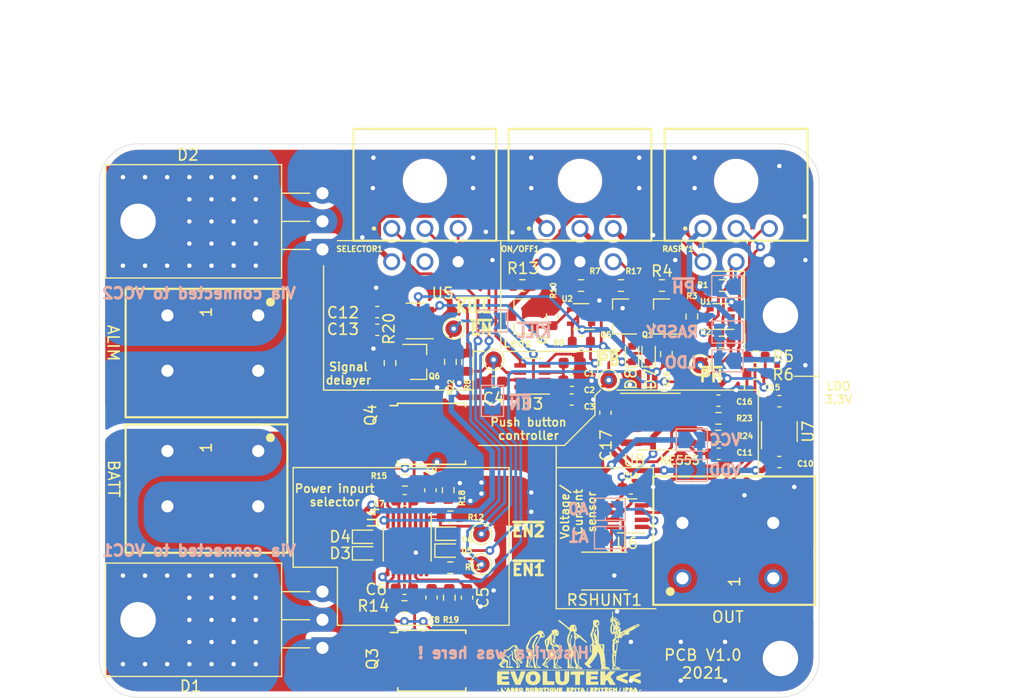
<source format=kicad_pcb>
(kicad_pcb (version 20171130) (host pcbnew "(5.1.8)-1")
  (layers (0 F.Cu signal) (31 B.Cu signal) (34 B.Paste user) (35 F.Paste user hide) (36 B.SilkS user) (37 F.SilkS user) (38 B.Mask user) (39 F.Mask user) (44 Edge.Cuts user))
  (net 0 "")
  (net 1 +3V3)
  (net 2 /VCC2)
  (net 3 GND)
  (net 4 /VCC1)
  (net 5 "Net-(C1-Pad2)")
  (net 6 VDD)
  (net 7 "Net-(C4-Pad2)")
  (net 8 "Net-(C5-Pad1)")
  (net 9 "Net-(C6-Pad1)")
  (net 10 "Net-(C7-Pad1)")
  (net 11 "Net-(C8-Pad2)")
  (net 12 "Net-(C9-Pad1)")
  (net 13 "Net-(C10-Pad1)")
  (net 14 "Net-(C11-Pad2)")
  (net 15 "Net-(C12-Pad2)")
  (net 16 "Net-(C15-Pad1)")
  (net 17 /TRIG)
  (net 18 /~EN1)
  (net 19 /~EN)
  (net 20 /~EN2)
  (net 21 /~BLINK)
  (net 22 "Net-(D7-Pad2)")
  (net 23 /~PH)
  (net 24 /BLUE)
  (net 25 /RED)
  (net 26 /GREEN)
  (net 27 /~PB)
  (net 28 "Net-(Q1-Pad1)")
  (net 29 "Net-(Q1-Pad3)")
  (net 30 "Net-(Q2-Pad1)")
  (net 31 "Net-(Q2-Pad3)")
  (net 32 /~KILL)
  (net 33 "Net-(Q6-Pad1)")
  (net 34 /~ONST1)
  (net 35 /SDA)
  (net 36 /SCL)
  (net 37 "Net-(R14-Pad2)")
  (net 38 "Net-(R15-Pad2)")
  (net 39 "Net-(R23-Pad1)")
  (net 40 /~INT)
  (net 41 /~ONST2)
  (net 42 VCC)
  (net 43 "Net-(D5-Pad2)")
  (net 44 "Net-(JP7-Pad2)")
  (net 45 "Net-(Q5-Pad3)")
  (net 46 "Net-(JP2-Pad1)")
  (net 47 "Net-(JP4-Pad2)")
  (net 48 "Net-(JP8-Pad2)")
  (net 49 "Net-(OUT1-Pad1)")
  (module Package_SO:MSOP-16_3x4.039mm_P0.5mm (layer F.Cu) (at 57.8 66.2 270)
    (fp_text reference U4 (at -2.45 3.05 270) (layer F.SilkS))
    (fp_text value LTC4353IMSPBF)
    (pad 16 smd roundrect (at 2.15 -1.75 270) (size 1.45 0.3) (layers F.Cu F.Paste F.Mask) (net 18 /~EN1))
    (pad 15 smd roundrect (at 2.15 -1.25 270) (size 1.45 0.3) (layers F.Cu F.Paste F.Mask) (net 3 GND))
    (pad 14 smd roundrect (at 2.15 -0.75 270) (size 1.45 0.3) (layers F.Cu F.Paste F.Mask) (net 8 "Net-(C5-Pad1)"))
    (pad 13 smd roundrect (at 2.15 -0.25 270) (size 1.45 0.3) (layers F.Cu F.Paste F.Mask) (net 4 /VCC1))
    (pad 12 smd roundrect (at 2.15 0.25 270) (size 1.45 0.3) (layers F.Cu F.Paste F.Mask) (net 37 "Net-(R14-Pad2)"))
    (pad 11 smd roundrect (at 2.15 0.75 270) (size 1.45 0.3) (layers F.Cu F.Paste F.Mask) (net 9 "Net-(C6-Pad1)"))
    (pad 10 smd roundrect (at 2.15 1.25 270) (size 1.45 0.3) (layers F.Cu F.Paste F.Mask) (net 42 VCC))
    (pad 9 smd roundrect (at 2.15 1.75 270) (size 1.45 0.3) (layers F.Cu F.Paste F.Mask) (net 34 /~ONST1))
    (pad 8 smd roundrect (at -2.15 1.75 270) (size 1.45 0.3) (layers F.Cu F.Paste F.Mask) (net 41 /~ONST2))
    (pad 7 smd roundrect (at -2.15 1.25 270) (size 1.45 0.3) (layers F.Cu F.Paste F.Mask) (net 42 VCC))
    (pad 6 smd roundrect (at -2.15 0.75 270) (size 1.45 0.3) (layers F.Cu F.Paste F.Mask) (net 10 "Net-(C7-Pad1)"))
    (pad 5 smd roundrect (at -2.15 0.25 270) (size 1.45 0.3) (layers F.Cu F.Paste F.Mask) (net 38 "Net-(R15-Pad2)"))
    (pad 4 smd roundrect (at -2.15 -0.25 270) (size 1.45 0.3) (layers F.Cu F.Paste F.Mask) (net 2 /VCC2))
    (pad 3 smd roundrect (at -2.15 -0.75 270) (size 1.45 0.3) (layers F.Cu F.Paste F.Mask))
    (pad 2 smd roundrect (at -2.15 -1.25 270) (size 1.45 0.3) (layers F.Cu F.Paste F.Mask))
    (pad 1 smd roundrect (at -2.15 -1.75 270) (size 1.45 0.3) (layers F.Cu F.Paste F.Mask) (net 20 /~EN2))
  )
  (module ComponentsEvo:PowerPak-SO8_5.15x6.15mm_Pitch1.27mm (layer F.Cu) (at 60 56.2)
    (fp_text reference Q4 (at -5.5 -1.7 90) (layer F.SilkS))
    (fp_text value Q_NMOS_SGD)
    (pad 3 smd rect (at 0.68 0) (size 3.81 3.81) (layers F.Cu F.Paste F.Mask) (net 42 VCC))
    (pad 3 smd rect (at 2.885 -1.905) (size 1.7 0.65) (layers F.Cu F.Paste F.Mask) (net 42 VCC))
    (pad 3 smd rect (at 2.885 -0.635) (size 1.7 0.65) (layers F.Cu F.Paste F.Mask) (net 42 VCC))
    (pad 3 smd rect (at 2.885 0.635) (size 1.7 0.65) (layers F.Cu F.Paste F.Mask) (net 42 VCC))
    (pad 3 smd rect (at 2.885 1.905) (size 1.7 0.65) (layers F.Cu F.Paste F.Mask) (net 42 VCC))
    (pad 2 smd rect (at -2.885 1.905) (size 1.7 0.65) (layers F.Cu F.Paste F.Mask) (net 12 "Net-(C9-Pad1)"))
    (pad 1 smd rect (at -2.885 0.635) (size 1.7 0.65) (layers F.Cu F.Paste F.Mask) (net 2 /VCC2))
    (pad 1 smd rect (at -2.885 -0.635) (size 1.7 0.65) (layers F.Cu F.Paste F.Mask) (net 2 /VCC2))
    (pad 1 smd rect (at -2.885 -1.905) (size 1.7 0.65) (layers F.Cu F.Paste F.Mask) (net 2 /VCC2))
  )
  (module ComponentsEvo:PowerPak-SO8_5.15x6.15mm_Pitch1.27mm (layer F.Cu) (at 60.02 76.7)
    (fp_text reference Q3 (at -5.3675 -0.1644 90) (layer F.SilkS))
    (fp_text value Q_NMOS_SGD)
    (pad 3 smd rect (at 0.68 0) (size 3.81 3.81) (layers F.Cu F.Paste F.Mask) (net 42 VCC))
    (pad 3 smd rect (at 2.885 -1.905) (size 1.7 0.65) (layers F.Cu F.Paste F.Mask) (net 42 VCC))
    (pad 3 smd rect (at 2.885 -0.635) (size 1.7 0.65) (layers F.Cu F.Paste F.Mask) (net 42 VCC))
    (pad 3 smd rect (at 2.885 0.635) (size 1.7 0.65) (layers F.Cu F.Paste F.Mask) (net 42 VCC))
    (pad 3 smd rect (at 2.885 1.905) (size 1.7 0.65) (layers F.Cu F.Paste F.Mask) (net 42 VCC))
    (pad 2 smd rect (at -2.885 1.905) (size 1.7 0.65) (layers F.Cu F.Paste F.Mask) (net 11 "Net-(C8-Pad2)"))
    (pad 1 smd rect (at -2.885 0.635) (size 1.7 0.65) (layers F.Cu F.Paste F.Mask) (net 4 /VCC1))
    (pad 1 smd rect (at -2.885 -0.635) (size 1.7 0.65) (layers F.Cu F.Paste F.Mask) (net 4 /VCC1))
    (pad 1 smd rect (at -2.885 -1.905) (size 1.7 0.65) (layers F.Cu F.Paste F.Mask) (net 4 /VCC1))
  )
  (module ConnectorsEvo:66200621022 (layer F.Cu) (at 87.5 33.7 180)
    (fp_text reference RASPY1 (at 5.25 -5.8 180) (layer F.SilkS) (effects (font (size 0.5 0.5) (thickness 0.125))))
    (fp_text value Conn_01x06_Male)
    (pad 1 thru_hole circle (at 3 -3.95 180) (size 1.53 1.53) (drill 1.02) (layers *.Cu *.Mask) (net 46 "Net-(JP2-Pad1)"))
    (pad 4 thru_hole circle (at 3 -6.95 180) (size 1.53 1.53) (drill 1.02) (layers *.Cu *.Mask) (net 40 /~INT))
    (pad 2 thru_hole circle (at 0 -3.95 180) (size 1.53 1.53) (drill 1.02) (layers *.Cu *.Mask) (net 35 /SDA))
    (pad 5 thru_hole circle (at 0 -6.95 180) (size 1.53 1.53) (drill 1.02) (layers *.Cu *.Mask) (net 23 /~PH))
    (pad 3 thru_hole circle (at -3 -3.95 180) (size 1.53 1.53) (drill 1.02) (layers *.Cu *.Mask) (net 36 /SCL))
    (pad 6 thru_hole circle (at -3 -6.95 180) (size 1.53 1.53) (drill 1.02) (layers *.Cu *.Mask) (net 3 GND))
    (pad None np_thru_hole circle (at 0 0.35 180) (size 3 3) (drill 3) (layers *.Cu *.Mask))
  )
  (module ConnectorsEvo:66200621022 (layer F.Cu) (at 73.4 33.7 180)
    (fp_text reference ON/OFF1 (at 5.4 -5.8 180) (layer F.SilkS) (effects (font (size 0.5 0.5) (thickness 0.125))))
    (fp_text value Conn_01x06_Male)
    (pad 1 thru_hole circle (at 3 -3.95 180) (size 1.53 1.53) (drill 1.02) (layers *.Cu *.Mask) (net 42 VCC))
    (pad 4 thru_hole circle (at 3 -6.95 180) (size 1.53 1.53) (drill 1.02) (layers *.Cu *.Mask) (net 24 /BLUE))
    (pad 2 thru_hole circle (at 0 -3.95 180) (size 1.53 1.53) (drill 1.02) (layers *.Cu *.Mask) (net 25 /RED))
    (pad 5 thru_hole circle (at 0 -6.95 180) (size 1.53 1.53) (drill 1.02) (layers *.Cu *.Mask) (net 3 GND))
    (pad 3 thru_hole circle (at -3 -3.95 180) (size 1.53 1.53) (drill 1.02) (layers *.Cu *.Mask) (net 26 /GREEN))
    (pad 6 thru_hole circle (at -3 -6.95 180) (size 1.53 1.53) (drill 1.02) (layers *.Cu *.Mask) (net 27 /~PB))
    (pad None np_thru_hole circle (at 0 0.35 180) (size 3 3) (drill 3) (layers *.Cu *.Mask))
  )
  (module ConnectorsEvo:66200621022 (layer F.Cu) (at 59.4 33.7 180)
    (fp_text reference SELECTOR1 (at 5.9 -5.8) (layer F.SilkS) (effects (font (size 0.5 0.5) (thickness 0.125))))
    (fp_text value Conn_01x06_Male)
    (pad 1 thru_hole circle (at 3 -3.95 180) (size 1.53 1.53) (drill 1.02) (layers *.Cu *.Mask) (net 6 VDD))
    (pad 4 thru_hole circle (at 3 -6.95 180) (size 1.53 1.53) (drill 1.02) (layers *.Cu *.Mask) (net 42 VCC))
    (pad 2 thru_hole circle (at 0 -3.95 180) (size 1.53 1.53) (drill 1.02) (layers *.Cu *.Mask) (net 18 /~EN1))
    (pad 5 thru_hole circle (at 0 -6.95 180) (size 1.53 1.53) (drill 1.02) (layers *.Cu *.Mask))
    (pad 3 thru_hole circle (at -3 -3.95 180) (size 1.53 1.53) (drill 1.02) (layers *.Cu *.Mask) (net 20 /~EN2))
    (pad 6 thru_hole circle (at -3 -6.95 180) (size 1.53 1.53) (drill 1.02) (layers *.Cu *.Mask) (net 3 GND))
    (pad None np_thru_hole circle (at 0 0.35 180) (size 3 3) (drill 3) (layers *.Cu *.Mask))
  )
  (module ComponentsEvo:TO-220-3_Horizontal_TabDown (layer F.Cu) (at 50.15 39.54 90)
    (fp_text reference D2 (at 8.54 -12.15 180) (layer F.SilkS))
    (fp_text value MBR60)
    (pad 2 thru_hole circle (at -1.47 -12.02 90) (size 0.8 0.8) (drill 0.4) (layers *.Cu *.Mask) (net 2 /VCC2))
    (pad 2 thru_hole circle (at -1.47 -10.02 90) (size 0.8 0.8) (drill 0.4) (layers *.Cu *.Mask) (net 2 /VCC2))
    (pad 2 thru_hole circle (at -1.47 -8.02 90) (size 0.8 0.8) (drill 0.4) (layers *.Cu *.Mask) (net 2 /VCC2))
    (pad 2 thru_hole circle (at -1.47 -6.02 90) (size 0.8 0.8) (drill 0.4) (layers *.Cu *.Mask) (net 2 /VCC2))
    (pad 2 thru_hole circle (at 0.53 -6.02 90) (size 0.8 0.8) (drill 0.4) (layers *.Cu *.Mask) (net 2 /VCC2))
    (pad 2 thru_hole circle (at 0.53 -8.02 90) (size 0.8 0.8) (drill 0.4) (layers *.Cu *.Mask) (net 2 /VCC2))
    (pad 2 thru_hole circle (at 0.53 -10.02 90) (size 0.8 0.8) (drill 0.4) (layers *.Cu *.Mask) (net 2 /VCC2))
    (pad 2 thru_hole circle (at 0.53 -12.02 90) (size 0.8 0.8) (drill 0.4) (layers *.Cu *.Mask) (net 2 /VCC2))
    (pad 2 thru_hole circle (at -1.47 -14.02 90) (size 0.8 0.8) (drill 0.4) (layers *.Cu *.Mask) (net 2 /VCC2))
    (pad 2 thru_hole circle (at -1.47 -16.02 90) (size 0.8 0.8) (drill 0.4) (layers *.Cu *.Mask) (net 2 /VCC2))
    (pad 2 thru_hole circle (at -1.47 -18.02 90) (size 0.8 0.8) (drill 0.4) (layers *.Cu *.Mask) (net 2 /VCC2))
    (pad 2 thru_hole circle (at 6.53 -18.02 90) (size 0.8 0.8) (drill 0.4) (layers *.Cu *.Mask) (net 2 /VCC2))
    (pad 2 thru_hole circle (at 6.53 -16.02 90) (size 0.8 0.8) (drill 0.4) (layers *.Cu *.Mask) (net 2 /VCC2))
    (pad 2 thru_hole circle (at 6.53 -6.02 90) (size 0.8 0.8) (drill 0.4) (layers *.Cu *.Mask) (net 2 /VCC2))
    (pad 2 thru_hole circle (at 6.53 -8.02 90) (size 0.8 0.8) (drill 0.4) (layers *.Cu *.Mask) (net 2 /VCC2))
    (pad 2 thru_hole circle (at 6.53 -10.02 90) (size 0.8 0.8) (drill 0.4) (layers *.Cu *.Mask) (net 2 /VCC2))
    (pad 2 thru_hole circle (at 6.53 -12.02 90) (size 0.8 0.8) (drill 0.4) (layers *.Cu *.Mask) (net 2 /VCC2))
    (pad 2 thru_hole circle (at 6.53 -14.02 90) (size 0.8 0.8) (drill 0.4) (layers *.Cu *.Mask) (net 2 /VCC2))
    (pad 2 thru_hole circle (at 4.53 -12.02 90) (size 0.8 0.8) (drill 0.4) (layers *.Cu *.Mask) (net 2 /VCC2))
    (pad 2 thru_hole circle (at 4.53 -10.02 90) (size 0.8 0.8) (drill 0.4) (layers *.Cu *.Mask) (net 2 /VCC2))
    (pad 2 thru_hole circle (at 4.53 -8.02 90) (size 0.8 0.8) (drill 0.4) (layers *.Cu *.Mask) (net 2 /VCC2))
    (pad 2 thru_hole circle (at 4.53 -6.02 90) (size 0.8 0.8) (drill 0.4) (layers *.Cu *.Mask) (net 2 /VCC2))
    (pad 2 thru_hole circle (at 2.53 -6.02 90) (size 0.8 0.8) (drill 0.4) (layers *.Cu *.Mask) (net 2 /VCC2))
    (pad 2 thru_hole circle (at 2.53 -8.02 90) (size 0.8 0.8) (drill 0.4) (layers *.Cu *.Mask) (net 2 /VCC2))
    (pad 2 thru_hole circle (at 2.53 -10.02 90) (size 0.8 0.8) (drill 0.4) (layers *.Cu *.Mask) (net 2 /VCC2))
    (pad 2 thru_hole circle (at 2.53 -12.02 90) (size 0.8 0.8) (drill 0.4) (layers *.Cu *.Mask) (net 2 /VCC2))
    (pad 2 smd rect (at 2.54 -12.25 90) (size 10 14.5) (layers F.Cu F.Paste F.Mask) (net 2 /VCC2))
    (pad 2 thru_hole oval (at 2.54 -16.65 90) (size 5.6 5.6) (drill 3.2) (layers *.Cu *.Mask) (net 2 /VCC2))
    (pad 1 thru_hole rect (at 0 0 90) (size 1.905 2) (drill 1.1) (layers *.Cu *.Mask) (net 3 GND))
    (pad 2 thru_hole oval (at 2.54 0 90) (size 1.905 2) (drill 1.1) (layers *.Cu *.Mask) (net 2 /VCC2))
    (pad 3 thru_hole oval (at 5.08 0 90) (size 1.905 2) (drill 1.1) (layers *.Cu *.Mask) (net 3 GND))
  )
  (module ComponentsEvo:TO-220-3_Horizontal_TabDown (layer F.Cu) (at 50.15 75.54 90)
    (fp_text reference D1 (at -3.46 -11.9 180) (layer F.SilkS))
    (fp_text value MBR60)
    (pad 2 thru_hole circle (at -1.47 -12.02 90) (size 0.8 0.8) (drill 0.4) (layers *.Cu *.Mask) (net 4 /VCC1))
    (pad 2 thru_hole circle (at -1.47 -10.02 90) (size 0.8 0.8) (drill 0.4) (layers *.Cu *.Mask) (net 4 /VCC1))
    (pad 2 thru_hole circle (at -1.47 -8.02 90) (size 0.8 0.8) (drill 0.4) (layers *.Cu *.Mask) (net 4 /VCC1))
    (pad 2 thru_hole circle (at -1.47 -6.02 90) (size 0.8 0.8) (drill 0.4) (layers *.Cu *.Mask) (net 4 /VCC1))
    (pad 2 thru_hole circle (at 0.53 -6.02 90) (size 0.8 0.8) (drill 0.4) (layers *.Cu *.Mask) (net 4 /VCC1))
    (pad 2 thru_hole circle (at 0.53 -8.02 90) (size 0.8 0.8) (drill 0.4) (layers *.Cu *.Mask) (net 4 /VCC1))
    (pad 2 thru_hole circle (at 0.53 -10.02 90) (size 0.8 0.8) (drill 0.4) (layers *.Cu *.Mask) (net 4 /VCC1))
    (pad 2 thru_hole circle (at 0.53 -12.02 90) (size 0.8 0.8) (drill 0.4) (layers *.Cu *.Mask) (net 4 /VCC1))
    (pad 2 thru_hole circle (at -1.47 -14.02 90) (size 0.8 0.8) (drill 0.4) (layers *.Cu *.Mask) (net 4 /VCC1))
    (pad 2 thru_hole circle (at -1.47 -16.02 90) (size 0.8 0.8) (drill 0.4) (layers *.Cu *.Mask) (net 4 /VCC1))
    (pad 2 thru_hole circle (at -1.47 -18.02 90) (size 0.8 0.8) (drill 0.4) (layers *.Cu *.Mask) (net 4 /VCC1))
    (pad 2 thru_hole circle (at 6.53 -18.02 90) (size 0.8 0.8) (drill 0.4) (layers *.Cu *.Mask) (net 4 /VCC1))
    (pad 2 thru_hole circle (at 6.53 -16.02 90) (size 0.8 0.8) (drill 0.4) (layers *.Cu *.Mask) (net 4 /VCC1))
    (pad 2 thru_hole circle (at 6.53 -6.02 90) (size 0.8 0.8) (drill 0.4) (layers *.Cu *.Mask) (net 4 /VCC1))
    (pad 2 thru_hole circle (at 6.53 -8.02 90) (size 0.8 0.8) (drill 0.4) (layers *.Cu *.Mask) (net 4 /VCC1))
    (pad 2 thru_hole circle (at 6.53 -10.02 90) (size 0.8 0.8) (drill 0.4) (layers *.Cu *.Mask) (net 4 /VCC1))
    (pad 2 thru_hole circle (at 6.53 -12.02 90) (size 0.8 0.8) (drill 0.4) (layers *.Cu *.Mask) (net 4 /VCC1))
    (pad 2 thru_hole circle (at 6.53 -14.02 90) (size 0.8 0.8) (drill 0.4) (layers *.Cu *.Mask) (net 4 /VCC1))
    (pad 2 thru_hole circle (at 4.53 -12.02 90) (size 0.8 0.8) (drill 0.4) (layers *.Cu *.Mask) (net 4 /VCC1))
    (pad 2 thru_hole circle (at 4.53 -10.02 90) (size 0.8 0.8) (drill 0.4) (layers *.Cu *.Mask) (net 4 /VCC1))
    (pad 2 thru_hole circle (at 4.53 -8.02 90) (size 0.8 0.8) (drill 0.4) (layers *.Cu *.Mask) (net 4 /VCC1))
    (pad 2 thru_hole circle (at 4.53 -6.02 90) (size 0.8 0.8) (drill 0.4) (layers *.Cu *.Mask) (net 4 /VCC1))
    (pad 2 thru_hole circle (at 2.53 -6.02 90) (size 0.8 0.8) (drill 0.4) (layers *.Cu *.Mask) (net 4 /VCC1))
    (pad 2 thru_hole circle (at 2.53 -8.02 90) (size 0.8 0.8) (drill 0.4) (layers *.Cu *.Mask) (net 4 /VCC1))
    (pad 2 thru_hole circle (at 2.53 -10.02 90) (size 0.8 0.8) (drill 0.4) (layers *.Cu *.Mask) (net 4 /VCC1))
    (pad 2 thru_hole circle (at 2.53 -12.02 90) (size 0.8 0.8) (drill 0.4) (layers *.Cu *.Mask) (net 4 /VCC1))
    (pad 2 smd rect (at 2.54 -12.25 90) (size 10 14.5) (layers F.Cu F.Paste F.Mask) (net 4 /VCC1))
    (pad 2 thru_hole oval (at 2.54 -16.65 90) (size 5.6 5.6) (drill 3.2) (layers *.Cu *.Mask) (net 4 /VCC1))
    (pad 1 thru_hole rect (at 0 0 90) (size 1.905 2) (drill 1.1) (layers *.Cu *.Mask) (net 3 GND))
    (pad 2 thru_hole oval (at 2.54 0 90) (size 1.905 2) (drill 1.1) (layers *.Cu *.Mask) (net 4 /VCC1))
    (pad 3 thru_hole oval (at 5.08 0 90) (size 1.905 2) (drill 1.1) (layers *.Cu *.Mask) (net 3 GND))
  )
  (module ComponentsEvo:logo-evo-min (layer F.Cu) (at 72.5 75.75)
    (fp_text reference G*** hide)
    (fp_text value LOGO hide)
  )
  (module MountingHole:MountingHole_3.2mm_M3_DIN965_Pad (layer F.Cu) (at 91.5 45.5)
    (fp_text reference e hide)
    (fp_text value MountingHole_3.2mm_M3_DIN965_Pad)
    (pad 1 thru_hole circle (at 0 0) (size 5.6 5.6) (drill 3.2) (layers *.Cu *.Mask) (net 3 GND))
  )
  (module Package_TO_SOT_SMD:SOT-23 (layer F.Cu) (at 80.8 45.6 180)
    (fp_text reference Q1 (at 1.3 -1.65) (layer F.SilkS) (effects (font (size 0.5 0.5) (thickness 0.125))))
    (fp_text value Q_NMOS_GSD)
    (pad 3 smd rect (at 1 0 180) (size 0.9 0.8) (layers F.Cu F.Paste F.Mask) (net 29 "Net-(Q1-Pad3)"))
    (pad 2 smd rect (at -1 0.95 180) (size 0.9 0.8) (layers F.Cu F.Paste F.Mask) (net 3 GND))
    (pad 1 smd rect (at -1 -0.95 180) (size 0.9 0.8) (layers F.Cu F.Paste F.Mask) (net 28 "Net-(Q1-Pad1)"))
  )
  (module MountingHole:MountingHole_3.2mm_M3_DIN965_Pad (layer F.Cu) (at 91.5 76.5)
    (fp_text reference REF** hide)
    (fp_text value MountingHole_3.2mm_M3_DIN965_Pad)
    (pad 1 thru_hole circle (at 0 0) (size 5.6 5.6) (drill 3.2) (layers *.Cu *.Mask) (net 3 GND))
  )
  (module Resistor_SMD:R_0603_1608Metric (layer F.Cu) (at 73.5 42.8 180)
    (fp_text reference R7 (at -1.25 1.3) (layer F.SilkS) (effects (font (size 0.5 0.5) (thickness 0.125))))
    (fp_text value 10k)
    (pad 2 smd roundrect (at 0.825 0 180) (size 0.8 0.95) (layers F.Cu F.Paste F.Mask) (net 1 +3V3))
    (pad 1 smd roundrect (at -0.825 0 180) (size 0.8 0.95) (layers F.Cu F.Paste F.Mask) (net 23 /~PH))
  )
  (module Capacitor_SMD:C_0603_1608Metric (layer F.Cu) (at 65.6 51.5)
    (fp_text reference C4 (at 0 1.5) (layer F.SilkS))
    (fp_text value 780nF)
    (pad 2 smd roundrect (at 0.775 0) (size 0.9 0.95) (layers F.Cu F.Paste F.Mask) (net 7 "Net-(C4-Pad2)"))
    (pad 1 smd roundrect (at -0.775 0) (size 0.9 0.95) (layers F.Cu F.Paste F.Mask) (net 3 GND))
  )
  (module Resistor_SMD:R_2512_6332Metric_Pad1.52x3.35mm_HandSolder (layer F.Cu) (at 75.6 68.6 180)
    (fp_text reference RSHUNT1 (at 0 -2.62) (layer F.SilkS))
    (fp_text value 0.002)
    (pad 2 smd roundrect (at 2.9875 0 180) (size 1.525 3.35) (layers F.Cu F.Paste F.Mask) (roundrect_rratio 0.1639337704918033) (net 42 VCC))
    (pad 1 smd roundrect (at -2.9875 0 180) (size 1.525 3.35) (layers F.Cu F.Paste F.Mask) (roundrect_rratio 0.1639337704918033) (net 49 "Net-(OUT1-Pad1)"))
  )
  (module Capacitor_SMD:C_0603_1608Metric (layer F.Cu) (at 85.9 53.2)
    (fp_text reference C16 (at 2.35 0.1) (layer F.SilkS) (effects (font (size 0.5 0.5) (thickness 0.125))))
    (fp_text value 100nF)
    (pad 2 smd roundrect (at 0.775 0) (size 0.9 0.95) (layers F.Cu F.Paste F.Mask) (net 3 GND))
    (pad 1 smd roundrect (at -0.775 0) (size 0.9 0.95) (layers F.Cu F.Paste F.Mask) (net 1 +3V3))
  )
  (module Capacitor_SMD:C_0603_1608Metric (layer F.Cu) (at 85.925 58 180)
    (fp_text reference C11 (at -2.35 0.1) (layer F.SilkS) (effects (font (size 0.5 0.5) (thickness 0.125))))
    (fp_text value 100nF)
    (pad 2 smd roundrect (at 0.775 0 180) (size 0.9 0.95) (layers F.Cu F.Paste F.Mask) (net 14 "Net-(C11-Pad2)"))
    (pad 1 smd roundrect (at -0.775 0 180) (size 0.9 0.95) (layers F.Cu F.Paste F.Mask) (net 3 GND))
  )
  (module Capacitor_SMD:C_0603_1608Metric (layer F.Cu) (at 75.7 54.3 270)
    (fp_text reference C17 (at 2.95 -0.05 90) (layer F.SilkS))
    (fp_text value 4.7uF)
    (pad 2 smd roundrect (at 0.775 0 270) (size 0.9 0.95) (layers F.Cu F.Paste F.Mask) (net 17 /TRIG))
    (pad 1 smd roundrect (at -0.775 0 270) (size 0.9 0.95) (layers F.Cu F.Paste F.Mask) (net 3 GND))
  )
  (module Resistor_SMD:R_0603_1608Metric (layer F.Cu) (at 85.875 56.4)
    (fp_text reference R24 (at 2.425 0) (layer F.SilkS) (effects (font (size 0.5 0.5) (thickness 0.125))))
    (fp_text value 78.7k)
    (pad 2 smd roundrect (at 0.825 0) (size 0.8 0.95) (layers F.Cu F.Paste F.Mask) (net 39 "Net-(R23-Pad1)"))
    (pad 1 smd roundrect (at -0.825 0) (size 0.8 0.95) (layers F.Cu F.Paste F.Mask) (net 17 /TRIG))
  )
  (module Resistor_SMD:R_0603_1608Metric (layer F.Cu) (at 85.9 54.8)
    (fp_text reference R23 (at 2.35 0) (layer F.SilkS) (effects (font (size 0.5 0.5) (thickness 0.125))))
    (fp_text value 78.7k)
    (pad 2 smd roundrect (at 0.825 0) (size 0.8 0.95) (layers F.Cu F.Paste F.Mask) (net 1 +3V3))
    (pad 1 smd roundrect (at -0.825 0) (size 0.8 0.95) (layers F.Cu F.Paste F.Mask) (net 39 "Net-(R23-Pad1)"))
  )
  (module Package_SO:SOIC-8_3.9x4.9mm_P1.27mm (layer F.Cu) (at 80.5 55.1)
    (fp_text reference U8 (at -2.2 3.5) (layer F.SilkS))
    (fp_text value NE555D)
    (pad 8 smd roundrect (at 2.475 -1.905) (size 1.95 0.6) (layers F.Cu F.Paste F.Mask) (net 1 +3V3))
    (pad 7 smd roundrect (at 2.475 -0.635) (size 1.95 0.6) (layers F.Cu F.Paste F.Mask) (net 39 "Net-(R23-Pad1)"))
    (pad 6 smd roundrect (at 2.475 0.635) (size 1.95 0.6) (layers F.Cu F.Paste F.Mask) (net 17 /TRIG))
    (pad 5 smd roundrect (at 2.475 1.905) (size 1.95 0.6) (layers F.Cu F.Paste F.Mask) (net 14 "Net-(C11-Pad2)"))
    (pad 4 smd roundrect (at -2.475 1.905) (size 1.95 0.6) (layers F.Cu F.Paste F.Mask) (net 1 +3V3))
    (pad 3 smd roundrect (at -2.475 0.635) (size 1.95 0.6) (layers F.Cu F.Paste F.Mask) (net 21 /~BLINK))
    (pad 2 smd roundrect (at -2.475 -0.635) (size 1.95 0.6) (layers F.Cu F.Paste F.Mask) (net 17 /TRIG))
    (pad 1 smd roundrect (at -2.475 -1.905) (size 1.95 0.6) (layers F.Cu F.Paste F.Mask) (net 3 GND))
  )
  (module Package_TO_SOT_SMD:SOT-23-6 (layer F.Cu) (at 58.6 46 180)
    (fp_text reference U5 (at -2.4 2.5) (layer F.SilkS))
    (fp_text value TPS3808DBV)
    (pad 5 smd rect (at 1.1 0 180) (size 1.06 0.65) (layers F.Cu F.Paste F.Mask) (net 1 +3V3))
    (pad 6 smd rect (at 1.1 -0.95 180) (size 1.06 0.65) (layers F.Cu F.Paste F.Mask) (net 1 +3V3))
    (pad 4 smd rect (at 1.1 0.95 180) (size 1.06 0.65) (layers F.Cu F.Paste F.Mask) (net 15 "Net-(C12-Pad2)"))
    (pad 3 smd rect (at -1.1 0.95 180) (size 1.06 0.65) (layers F.Cu F.Paste F.Mask) (net 23 /~PH))
    (pad 2 smd rect (at -1.1 0 180) (size 1.06 0.65) (layers F.Cu F.Paste F.Mask) (net 3 GND))
    (pad 1 smd rect (at -1.1 -0.95 180) (size 1.06 0.65) (layers F.Cu F.Paste F.Mask) (net 33 "Net-(Q6-Pad1)"))
  )
  (module Capacitor_SMD:C_0603_1608Metric (layer F.Cu) (at 78 61.13)
    (fp_text reference C14 (at 0 -1.13) (layer F.SilkS) (effects (font (size 0.5 0.5) (thickness 0.125))))
    (fp_text value 100nF)
    (pad 2 smd roundrect (at 0.775 0) (size 0.9 0.95) (layers F.Cu F.Paste F.Mask) (net 3 GND))
    (pad 1 smd roundrect (at -0.775 0) (size 0.9 0.95) (layers F.Cu F.Paste F.Mask) (net 1 +3V3))
  )
  (module Diode_SMD:D_SOD-523 (layer F.Cu) (at 54 67)
    (fp_text reference D3 (at -2.25 0) (layer F.SilkS))
    (fp_text value D)
    (pad 1 smd rect (at -0.7 0 180) (size 0.6 0.7) (layers F.Cu F.Paste F.Mask) (net 6 VDD))
    (pad 2 smd rect (at 0.7 0 180) (size 0.6 0.7) (layers F.Cu F.Paste F.Mask) (net 4 /VCC1))
  )
  (module Diode_SMD:D_SOD-523 (layer F.Cu) (at 54 65.5)
    (fp_text reference D4 (at -2.25 0) (layer F.SilkS))
    (fp_text value D)
    (pad 1 smd rect (at -0.7 0 180) (size 0.6 0.7) (layers F.Cu F.Paste F.Mask) (net 6 VDD))
    (pad 2 smd rect (at 0.7 0 180) (size 0.6 0.7) (layers F.Cu F.Paste F.Mask) (net 2 /VCC2))
  )
  (module Jumper:SolderJumper-2_P1.3mm_Open_TrianglePad1.0x1.5mm (layer B.Cu) (at 76.08 63.02)
    (fp_text reference JP7 hide)
    (fp_text value SolderJumper_2_Open)
    (pad 1 smd custom (at -0.725 0) (size 0.3 0.3) (layers B.Cu B.Mask) (net 3 GND) (options (clearance outline) (anchor rect)) (primitives (gr_poly (pts (xy -0.5 0.75) (xy 0.5 0.75) (xy 1 0) (xy 0.5 -0.75) (xy -0.5 -0.75)) (width 0))))
    (pad 2 smd custom (at 0.725 0) (size 0.3 0.3) (layers B.Cu B.Mask) (net 44 "Net-(JP7-Pad2)") (options (clearance outline) (anchor rect)) (primitives (gr_poly (pts (xy -0.65 0.75) (xy 0.5 0.75) (xy 0.5 -0.75) (xy -0.65 -0.75) (xy -0.15 0)) (width 0))))
  )
  (module Jumper:SolderJumper-2_P1.3mm_Open_TrianglePad1.0x1.5mm (layer B.Cu) (at 76.105 65.58)
    (fp_text reference JP8 hide)
    (fp_text value SolderJumper_2_Open)
    (pad 1 smd custom (at -0.725 0) (size 0.3 0.3) (layers B.Cu B.Mask) (net 3 GND) (options (clearance outline) (anchor rect)) (primitives (gr_poly (pts (xy -0.5 0.75) (xy 0.5 0.75) (xy 1 0) (xy 0.5 -0.75) (xy -0.5 -0.75)) (width 0))))
    (pad 2 smd custom (at 0.725 0) (size 0.3 0.3) (layers B.Cu B.Mask) (net 48 "Net-(JP8-Pad2)") (options (clearance outline) (anchor rect)) (primitives (gr_poly (pts (xy -0.65 0.75) (xy 0.5 0.75) (xy 0.5 -0.75) (xy -0.65 -0.75) (xy -0.15 0)) (width 0))))
  )
  (module TestPoint:TestPoint_Pad_D1.5mm (layer F.Cu) (at 65.6 49.5)
    (fp_text reference TP4 hide)
    (fp_text value TestPoint)
    (pad 1 smd circle (at 0 0) (size 1.5 1.5) (layers F.Cu F.Mask) (net 19 /~EN))
  )
  (module Resistor_SMD:R_0603_1608Metric (layer F.Cu) (at 56.25 49.8 90)
    (fp_text reference R20 (at 3.1 -0.1 90) (layer F.SilkS))
    (fp_text value 10k)
    (pad 2 smd roundrect (at 0.825 0 90) (size 0.8 0.95) (layers F.Cu F.Paste F.Mask) (net 1 +3V3))
    (pad 1 smd roundrect (at -0.825 0 90) (size 0.8 0.95) (layers F.Cu F.Paste F.Mask) (net 33 "Net-(Q6-Pad1)"))
  )
  (module Resistor_SMD:R_0603_1608Metric (layer F.Cu) (at 73.525 47.9 180)
    (fp_text reference R9 (at 2.025 -0.1) (layer F.SilkS) (effects (font (size 0.5 0.5) (thickness 0.125))))
    (fp_text value 10k)
    (pad 2 smd roundrect (at 0.825 0 180) (size 0.8 0.95) (layers F.Cu F.Paste F.Mask) (net 1 +3V3))
    (pad 1 smd roundrect (at -0.825 0 180) (size 0.8 0.95) (layers F.Cu F.Paste F.Mask) (net 41 /~ONST2))
  )
  (module Capacitor_SMD:C_0603_1608Metric (layer F.Cu) (at 57.55 70.2)
    (fp_text reference C6 (at -2.55 0.05) (layer F.SilkS))
    (fp_text value 62nF)
    (pad 2 smd roundrect (at 0.775 0) (size 0.9 0.95) (layers F.Cu F.Paste F.Mask) (net 4 /VCC1))
    (pad 1 smd roundrect (at -0.775 0) (size 0.9 0.95) (layers F.Cu F.Paste F.Mask) (net 9 "Net-(C6-Pad1)"))
  )
  (module Diode_SMD:D_SOD-523 (layer F.Cu) (at 61.5 65.22)
    (fp_text reference D6 (at 1.72 0.53) (layer F.SilkS) (effects (font (size 0.5 0.5) (thickness 0.125))))
    (fp_text value D)
    (pad 1 smd rect (at -0.7 0 180) (size 0.6 0.7) (layers F.Cu F.Paste F.Mask) (net 20 /~EN2))
    (pad 2 smd rect (at 0.7 0 180) (size 0.6 0.7) (layers F.Cu F.Paste F.Mask) (net 43 "Net-(D5-Pad2)"))
  )
  (module Package_TO_SOT_SMD:SOT-23 (layer F.Cu) (at 58.8 49.7)
    (fp_text reference Q6 (at 1.45 1.3) (layer F.SilkS) (effects (font (size 0.5 0.5) (thickness 0.125))))
    (fp_text value Q_NMOS_GSD)
    (pad 3 smd rect (at 1 0) (size 0.9 0.8) (layers F.Cu F.Paste F.Mask) (net 32 /~KILL))
    (pad 2 smd rect (at -1 0.95) (size 0.9 0.8) (layers F.Cu F.Paste F.Mask) (net 3 GND))
    (pad 1 smd rect (at -1 -0.95) (size 0.9 0.8) (layers F.Cu F.Paste F.Mask) (net 33 "Net-(Q6-Pad1)"))
  )
  (module Resistor_SMD:R_0603_1608Metric (layer F.Cu) (at 61.7 49.7 270)
    (fp_text reference R22 (at 2.3 -0.05 90) (layer F.SilkS) (effects (font (size 0.5 0.5) (thickness 0.125))))
    (fp_text value 10k)
    (pad 2 smd roundrect (at 0.825 0 270) (size 0.8 0.95) (layers F.Cu F.Paste F.Mask) (net 6 VDD))
    (pad 1 smd roundrect (at -0.825 0 270) (size 0.8 0.95) (layers F.Cu F.Paste F.Mask) (net 32 /~KILL))
  )
  (module Package_TO_SOT_SMD:SOT-353_SC-70-5 (layer F.Cu) (at 73.5 45.6 180)
    (fp_text reference U2 (at 1.25 1.6) (layer F.SilkS) (effects (font (size 0.5 0.5) (thickness 0.125))))
    (fp_text value 74AUP1G02)
    (pad 5 smd rect (at 0.95 -0.65 180) (size 0.65 0.4) (layers F.Cu F.Paste F.Mask) (net 1 +3V3))
    (pad 4 smd rect (at 0.95 0.65 180) (size 0.65 0.4) (layers F.Cu F.Paste F.Mask) (net 30 "Net-(Q2-Pad1)"))
    (pad 2 smd rect (at -0.95 0 180) (size 0.65 0.4) (layers F.Cu F.Paste F.Mask) (net 23 /~PH))
    (pad 3 smd rect (at -0.95 0.65 180) (size 0.65 0.4) (layers F.Cu F.Paste F.Mask) (net 3 GND))
    (pad 1 smd rect (at -0.95 -0.65 180) (size 0.65 0.4) (layers F.Cu F.Paste F.Mask) (net 41 /~ONST2))
  )
  (module Capacitor_SMD:C_0603_1608Metric (layer F.Cu) (at 72.7 49.8 180)
    (fp_text reference C1 (at -1.55 -0.95) (layer F.SilkS) (effects (font (size 0.5 0.5) (thickness 0.125))))
    (fp_text value 100nF)
    (pad 2 smd roundrect (at 0.775 0 180) (size 0.9 0.95) (layers F.Cu F.Paste F.Mask) (net 5 "Net-(C1-Pad2)"))
    (pad 1 smd roundrect (at -0.775 0 180) (size 0.9 0.95) (layers F.Cu F.Paste F.Mask) (net 3 GND))
  )
  (module Capacitor_SMD:C_0603_1608Metric (layer F.Cu) (at 72.675 51.4 180)
    (fp_text reference C2 (at -1.575 -0.85) (layer F.SilkS) (effects (font (size 0.5 0.5) (thickness 0.125))))
    (fp_text value 100nF)
    (pad 2 smd roundrect (at 0.775 0 180) (size 0.9 0.95) (layers F.Cu F.Paste F.Mask) (net 5 "Net-(C1-Pad2)"))
    (pad 1 smd roundrect (at -0.775 0 180) (size 0.9 0.95) (layers F.Cu F.Paste F.Mask) (net 3 GND))
  )
  (module Capacitor_SMD:C_0603_1608Metric (layer F.Cu) (at 72.65 53.1 180)
    (fp_text reference C3 (at -1.6 -0.65) (layer F.SilkS) (effects (font (size 0.5 0.5) (thickness 0.125))))
    (fp_text value 100nF)
    (pad 2 smd roundrect (at 0.775 0 180) (size 0.9 0.95) (layers F.Cu F.Paste F.Mask) (net 6 VDD))
    (pad 1 smd roundrect (at -0.775 0 180) (size 0.9 0.95) (layers F.Cu F.Paste F.Mask) (net 3 GND))
  )
  (module Capacitor_SMD:C_0603_1608Metric (layer F.Cu) (at 63.2 71 270)
    (fp_text reference C5 (at 0 -1.43 90) (layer F.SilkS))
    (fp_text value 100nF)
    (pad 2 smd roundrect (at 0.775 0 270) (size 0.9 0.95) (layers F.Cu F.Paste F.Mask) (net 3 GND))
    (pad 1 smd roundrect (at -0.775 0 270) (size 0.9 0.95) (layers F.Cu F.Paste F.Mask) (net 8 "Net-(C5-Pad1)"))
  )
  (module Capacitor_SMD:C_0603_1608Metric (layer F.Cu) (at 57.575 62.2)
    (fp_text reference C7 (at -2.325 0.3) (layer F.SilkS) (effects (font (size 0.5 0.5) (thickness 0.125))))
    (fp_text value 62nF)
    (pad 2 smd roundrect (at 0.775 0) (size 0.9 0.95) (layers F.Cu F.Paste F.Mask) (net 2 /VCC2))
    (pad 1 smd roundrect (at -0.775 0) (size 0.9 0.95) (layers F.Cu F.Paste F.Mask) (net 10 "Net-(C7-Pad1)"))
  )
  (module Capacitor_SMD:C_0603_1608Metric (layer F.Cu) (at 60 71 90)
    (fp_text reference C8 (at -2 0.25 180) (layer F.SilkS) (effects (font (size 0.5 0.5) (thickness 0.125))))
    (fp_text value 100nF)
    (pad 2 smd roundrect (at 0.775 0 90) (size 0.9 0.95) (layers F.Cu F.Paste F.Mask) (net 11 "Net-(C8-Pad2)"))
    (pad 1 smd roundrect (at -0.775 0 90) (size 0.9 0.95) (layers F.Cu F.Paste F.Mask) (net 3 GND))
  )
  (module Capacitor_SMD:C_0603_1608Metric (layer F.Cu) (at 59.9 61.3 90)
    (fp_text reference C9 (at 1.8 0.1 180) (layer F.SilkS) (effects (font (size 0.5 0.5) (thickness 0.125))))
    (fp_text value 100nF)
    (pad 2 smd roundrect (at 0.775 0 90) (size 0.9 0.95) (layers F.Cu F.Paste F.Mask) (net 3 GND))
    (pad 1 smd roundrect (at -0.775 0 90) (size 0.9 0.95) (layers F.Cu F.Paste F.Mask) (net 12 "Net-(C9-Pad1)"))
  )
  (module Capacitor_SMD:C_0603_1608Metric (layer F.Cu) (at 91.4 58.75)
    (fp_text reference C10 (at 2.35 0.15 180) (layer F.SilkS) (effects (font (size 0.5 0.5) (thickness 0.125))))
    (fp_text value 1uF)
    (pad 2 smd roundrect (at 0.775 0) (size 0.9 0.95) (layers F.Cu F.Paste F.Mask) (net 3 GND))
    (pad 1 smd roundrect (at -0.775 0) (size 0.9 0.95) (layers F.Cu F.Paste F.Mask) (net 13 "Net-(C10-Pad1)"))
  )
  (module Capacitor_SMD:C_0603_1608Metric (layer F.Cu) (at 55.1 45.2)
    (fp_text reference C12 (at -3.1 0.05) (layer F.SilkS))
    (fp_text value 780nF)
    (pad 2 smd roundrect (at 0.775 0) (size 0.9 0.95) (layers F.Cu F.Paste F.Mask) (net 15 "Net-(C12-Pad2)"))
    (pad 1 smd roundrect (at -0.775 0) (size 0.9 0.95) (layers F.Cu F.Paste F.Mask) (net 3 GND))
  )
  (module Capacitor_SMD:C_0603_1608Metric (layer F.Cu) (at 55.1 46.8 180)
    (fp_text reference C13 (at 3.1 0.05) (layer F.SilkS))
    (fp_text value 100nF)
    (pad 2 smd roundrect (at 0.775 0 180) (size 0.9 0.95) (layers F.Cu F.Paste F.Mask) (net 3 GND))
    (pad 1 smd roundrect (at -0.775 0 180) (size 0.9 0.95) (layers F.Cu F.Paste F.Mask) (net 1 +3V3))
  )
  (module Capacitor_SMD:C_0603_1608Metric (layer F.Cu) (at 91.4 53.25)
    (fp_text reference C15 (at -0.65 -1.25 180) (layer F.SilkS) (effects (font (size 0.5 0.5) (thickness 0.125))))
    (fp_text value 1uF)
    (pad 2 smd roundrect (at 0.775 0) (size 0.9 0.95) (layers F.Cu F.Paste F.Mask) (net 3 GND))
    (pad 1 smd roundrect (at -0.775 0) (size 0.9 0.95) (layers F.Cu F.Paste F.Mask) (net 16 "Net-(C15-Pad1)"))
  )
  (module Diode_SMD:D_SOD-523 (layer F.Cu) (at 61.45 66.75)
    (fp_text reference D5 (at 1.73 0.01) (layer F.SilkS) (effects (font (size 0.5 0.5) (thickness 0.125))))
    (fp_text value D)
    (pad 1 smd rect (at -0.7 0 180) (size 0.6 0.7) (layers F.Cu F.Paste F.Mask) (net 18 /~EN1))
    (pad 2 smd rect (at 0.7 0 180) (size 0.6 0.7) (layers F.Cu F.Paste F.Mask) (net 43 "Net-(D5-Pad2)"))
  )
  (module Diode_SMD:D_SOD-523 (layer F.Cu) (at 79.6 49 90)
    (fp_text reference D7 (at -2.25 0.15 90) (layer F.SilkS))
    (fp_text value D)
    (pad 1 smd rect (at -0.7 0 270) (size 0.6 0.7) (layers F.Cu F.Paste F.Mask) (net 21 /~BLINK))
    (pad 2 smd rect (at 0.7 0 270) (size 0.6 0.7) (layers F.Cu F.Paste F.Mask) (net 22 "Net-(D7-Pad2)"))
  )
  (module Diode_SMD:D_SOD-523 (layer F.Cu) (at 78.1 49 90)
    (fp_text reference D8 (at -2.25 -0.1 90) (layer F.SilkS))
    (fp_text value D)
    (pad 1 smd rect (at -0.7 0 270) (size 0.6 0.7) (layers F.Cu F.Paste F.Mask) (net 23 /~PH))
    (pad 2 smd rect (at 0.7 0 270) (size 0.6 0.7) (layers F.Cu F.Paste F.Mask) (net 22 "Net-(D7-Pad2)"))
  )
  (module Jumper:SolderJumper-2_P1.3mm_Open_TrianglePad1.0x1.5mm (layer B.Cu) (at 86.7 42.9 180)
    (fp_text reference JP1 hide)
    (fp_text value SolderJumper_2_Open)
    (pad 1 smd custom (at -0.725 0 180) (size 0.3 0.3) (layers B.Cu B.Mask) (net 23 /~PH) (options (clearance outline) (anchor rect)) (primitives (gr_poly (pts (xy -0.5 0.75) (xy 0.5 0.75) (xy 1 0) (xy 0.5 -0.75) (xy -0.5 -0.75)) (width 0))))
    (pad 2 smd custom (at 0.725 0 180) (size 0.3 0.3) (layers B.Cu B.Mask) (net 3 GND) (options (clearance outline) (anchor rect)) (primitives (gr_poly (pts (xy -0.65 0.75) (xy 0.5 0.75) (xy 0.5 -0.75) (xy -0.65 -0.75) (xy -0.15 0)) (width 0))))
  )
  (module Jumper:SolderJumper-2_P1.3mm_Open_TrianglePad1.0x1.5mm (layer B.Cu) (at 86.725 47 180)
    (fp_text reference JP2 hide)
    (fp_text value SolderJumper_2_Open)
    (pad 1 smd custom (at -0.725 0 180) (size 0.3 0.3) (layers B.Cu B.Mask) (net 46 "Net-(JP2-Pad1)") (options (clearance outline) (anchor rect)) (primitives (gr_poly (pts (xy -0.5 0.75) (xy 0.5 0.75) (xy 1 0) (xy 0.5 -0.75) (xy -0.5 -0.75)) (width 0))))
    (pad 2 smd custom (at 0.725 0 180) (size 0.3 0.3) (layers B.Cu B.Mask) (net 1 +3V3) (options (clearance outline) (anchor rect)) (primitives (gr_poly (pts (xy -0.65 0.75) (xy 0.5 0.75) (xy 0.5 -0.75) (xy -0.65 -0.75) (xy -0.15 0)) (width 0))))
  )
  (module Jumper:SolderJumper-2_P1.3mm_Open_TrianglePad1.0x1.5mm (layer B.Cu) (at 83.5 56.75)
    (fp_text reference JP5 hide)
    (fp_text value SolderJumper_2_Bridged)
    (pad 1 smd custom (at -0.725 0) (size 0.3 0.3) (layers B.Cu B.Mask) (net 42 VCC) (options (clearance outline) (anchor rect)) (primitives (gr_poly (pts (xy -0.5 0.75) (xy 0.5 0.75) (xy 1 0) (xy 0.5 -0.75) (xy -0.5 -0.75)) (width 0))))
    (pad 2 smd custom (at 0.725 0) (size 0.3 0.3) (layers B.Cu B.Mask) (net 13 "Net-(C10-Pad1)") (options (clearance outline) (anchor rect)) (primitives (gr_poly (pts (xy -0.65 0.75) (xy 0.5 0.75) (xy 0.5 -0.75) (xy -0.65 -0.75) (xy -0.15 0)) (width 0))))
  )
  (module Jumper:SolderJumper-2_P1.3mm_Open_TrianglePad1.0x1.5mm (layer B.Cu) (at 83.5 59.5)
    (fp_text reference JP6 hide)
    (fp_text value SolderJumper_2_Open)
    (pad 2 smd custom (at 0.725 0) (size 0.3 0.3) (layers B.Cu B.Mask) (net 13 "Net-(C10-Pad1)") (options (clearance outline) (anchor rect)) (primitives (gr_poly (pts (xy -0.65 0.75) (xy 0.5 0.75) (xy 0.5 -0.75) (xy -0.65 -0.75) (xy -0.15 0)) (width 0))))
    (pad 1 smd custom (at -0.725 0) (size 0.3 0.3) (layers B.Cu B.Mask) (net 6 VDD) (options (clearance outline) (anchor rect)) (primitives (gr_poly (pts (xy -0.5 0.75) (xy 0.5 0.75) (xy 1 0) (xy 0.5 -0.75) (xy -0.5 -0.75)) (width 0))))
  )
  (module Jumper:SolderJumper-2_P1.3mm_Open_TrianglePad1.0x1.5mm (layer B.Cu) (at 86.725 49.6 180)
    (fp_text reference JP9 hide)
    (fp_text value SolderJumper_2_Open)
    (pad 1 smd custom (at -0.725 0 180) (size 0.3 0.3) (layers B.Cu B.Mask) (net 16 "Net-(C15-Pad1)") (options (clearance outline) (anchor rect)) (primitives (gr_poly (pts (xy -0.5 0.75) (xy 0.5 0.75) (xy 1 0) (xy 0.5 -0.75) (xy -0.5 -0.75)) (width 0))))
    (pad 2 smd custom (at 0.725 0 180) (size 0.3 0.3) (layers B.Cu B.Mask) (net 1 +3V3) (options (clearance outline) (anchor rect)) (primitives (gr_poly (pts (xy -0.65 0.75) (xy 0.5 0.75) (xy 0.5 -0.75) (xy -0.65 -0.75) (xy -0.15 0)) (width 0))))
  )
  (module Package_TO_SOT_SMD:SOT-23 (layer F.Cu) (at 68.2 45.6 180)
    (fp_text reference Q2 (at -1.8 -2.15) (layer F.SilkS) (effects (font (size 0.5 0.5) (thickness 0.125))))
    (fp_text value Q_NMOS_GSD)
    (pad 3 smd rect (at 1 0 180) (size 0.9 0.8) (layers F.Cu F.Paste F.Mask) (net 31 "Net-(Q2-Pad3)"))
    (pad 2 smd rect (at -1 0.95 180) (size 0.9 0.8) (layers F.Cu F.Paste F.Mask) (net 3 GND))
    (pad 1 smd rect (at -1 -0.95 180) (size 0.9 0.8) (layers F.Cu F.Paste F.Mask) (net 30 "Net-(Q2-Pad1)"))
  )
  (module Resistor_SMD:R_0603_1608Metric (layer F.Cu) (at 86.225 42.8 180)
    (fp_text reference R1 (at 1.725 0.05) (layer F.SilkS) (effects (font (size 0.5 0.5) (thickness 0.125))))
    (fp_text value 10k)
    (pad 2 smd roundrect (at 0.825 0 180) (size 0.8 0.95) (layers F.Cu F.Paste F.Mask) (net 1 +3V3))
    (pad 1 smd roundrect (at -0.825 0 180) (size 0.8 0.95) (layers F.Cu F.Paste F.Mask) (net 23 /~PH))
  )
  (module Resistor_SMD:R_0603_1608Metric (layer F.Cu) (at 86.2 47.9 180)
    (fp_text reference R2 (at 1.45 0.9) (layer F.SilkS) (effects (font (size 0.5 0.5) (thickness 0.125))))
    (fp_text value 10k)
    (pad 2 smd roundrect (at 0.825 0 180) (size 0.8 0.95) (layers F.Cu F.Paste F.Mask) (net 1 +3V3))
    (pad 1 smd roundrect (at -0.825 0 180) (size 0.8 0.95) (layers F.Cu F.Paste F.Mask) (net 34 /~ONST1))
  )
  (module Resistor_SMD:R_0603_1608Metric (layer F.Cu) (at 83.5 45.6 270)
    (fp_text reference R3 (at -1.85 0 180) (layer F.SilkS) (effects (font (size 0.5 0.5) (thickness 0.125))))
    (fp_text value 10k)
    (pad 2 smd roundrect (at 0.825 0 270) (size 0.8 0.95) (layers F.Cu F.Paste F.Mask) (net 28 "Net-(Q1-Pad1)"))
    (pad 1 smd roundrect (at -0.825 0 270) (size 0.8 0.95) (layers F.Cu F.Paste F.Mask) (net 3 GND))
  )
  (module Resistor_SMD:R_0603_1608Metric (layer F.Cu) (at 80.8 42.8 180)
    (fp_text reference R4 (at 0 1.3) (layer F.SilkS))
    (fp_text value 330)
    (pad 2 smd roundrect (at 0.825 0 180) (size 0.8 0.95) (layers F.Cu F.Paste F.Mask) (net 26 /GREEN))
    (pad 1 smd roundrect (at -0.825 0 180) (size 0.8 0.95) (layers F.Cu F.Paste F.Mask) (net 29 "Net-(Q1-Pad3)"))
  )
  (module Resistor_SMD:R_0603_1608Metric (layer F.Cu) (at 89.3 49.25)
    (fp_text reference R5 (at 2.45 -0.05) (layer F.SilkS))
    (fp_text value 4.7k)
    (pad 2 smd roundrect (at 0.825 0) (size 0.8 0.95) (layers F.Cu F.Paste F.Mask) (net 1 +3V3))
    (pad 1 smd roundrect (at -0.825 0) (size 0.8 0.95) (layers F.Cu F.Paste F.Mask) (net 35 /SDA))
  )
  (module Resistor_SMD:R_0603_1608Metric (layer F.Cu) (at 89.3 50.75)
    (fp_text reference R6 (at 2.45 0.1) (layer F.SilkS))
    (fp_text value 4.7k)
    (pad 2 smd roundrect (at 0.825 0) (size 0.8 0.95) (layers F.Cu F.Paste F.Mask) (net 1 +3V3))
    (pad 1 smd roundrect (at -0.825 0) (size 0.8 0.95) (layers F.Cu F.Paste F.Mask) (net 36 /SCL))
  )
  (module Resistor_SMD:R_0603_1608Metric (layer F.Cu) (at 63.25 49.725 90)
    (fp_text reference R8 (at -2.025 0 90) (layer F.SilkS) (effects (font (size 0.5 0.5) (thickness 0.125))))
    (fp_text value 10k)
    (pad 2 smd roundrect (at 0.825 0 90) (size 0.8 0.95) (layers F.Cu F.Paste F.Mask) (net 6 VDD))
    (pad 1 smd roundrect (at -0.825 0 90) (size 0.8 0.95) (layers F.Cu F.Paste F.Mask) (net 19 /~EN))
  )
  (module Resistor_SMD:R_0603_1608Metric (layer F.Cu) (at 70.9 45.6 270)
    (fp_text reference R10 (at -2.35 -0.1 90) (layer F.SilkS) (effects (font (size 0.5 0.5) (thickness 0.125))))
    (fp_text value 10k)
    (pad 2 smd roundrect (at 0.825 0 270) (size 0.8 0.95) (layers F.Cu F.Paste F.Mask) (net 30 "Net-(Q2-Pad1)"))
    (pad 1 smd roundrect (at -0.825 0 270) (size 0.8 0.95) (layers F.Cu F.Paste F.Mask) (net 3 GND))
  )
  (module Resistor_SMD:R_0603_1608Metric (layer F.Cu) (at 61.7 68.3)
    (fp_text reference R11 (at 2.05 -0.05) (layer F.SilkS) (effects (font (size 0.5 0.5) (thickness 0.125))))
    (fp_text value 10k)
    (pad 2 smd roundrect (at 0.825 0) (size 0.8 0.95) (layers F.Cu F.Paste F.Mask) (net 3 GND))
    (pad 1 smd roundrect (at -0.825 0) (size 0.8 0.95) (layers F.Cu F.Paste F.Mask) (net 18 /~EN1))
  )
  (module Resistor_SMD:R_0603_1608Metric (layer F.Cu) (at 61.7 63.7)
    (fp_text reference R12 (at 2.3 0.05) (layer F.SilkS) (effects (font (size 0.5 0.5) (thickness 0.125))))
    (fp_text value 10k)
    (pad 2 smd roundrect (at 0.825 0) (size 0.8 0.95) (layers F.Cu F.Paste F.Mask) (net 3 GND))
    (pad 1 smd roundrect (at -0.825 0) (size 0.8 0.95) (layers F.Cu F.Paste F.Mask) (net 20 /~EN2))
  )
  (module Resistor_SMD:R_0603_1608Metric (layer F.Cu) (at 68.2 42.8 180)
    (fp_text reference R13 (at -0.05 1.55) (layer F.SilkS))
    (fp_text value 330)
    (pad 2 smd roundrect (at 0.825 0 180) (size 0.8 0.95) (layers F.Cu F.Paste F.Mask) (net 24 /BLUE))
    (pad 1 smd roundrect (at -0.825 0 180) (size 0.8 0.95) (layers F.Cu F.Paste F.Mask) (net 31 "Net-(Q2-Pad3)"))
  )
  (module Resistor_SMD:R_0603_1608Metric (layer F.Cu) (at 57.55 71.8 180)
    (fp_text reference R14 (at 2.8 0.05) (layer F.SilkS))
    (fp_text value R)
    (pad 2 smd roundrect (at 0.825 0 180) (size 0.8 0.95) (layers F.Cu F.Paste F.Mask) (net 37 "Net-(R14-Pad2)"))
    (pad 1 smd roundrect (at -0.825 0 180) (size 0.8 0.95) (layers F.Cu F.Paste F.Mask) (net 11 "Net-(C8-Pad2)"))
  )
  (module Resistor_SMD:R_0603_1608Metric (layer F.Cu) (at 57.6 60.4 180)
    (fp_text reference R15 (at 2.35 0.4) (layer F.SilkS) (effects (font (size 0.5 0.5) (thickness 0.125))))
    (fp_text value R)
    (pad 2 smd roundrect (at 0.825 0 180) (size 0.8 0.95) (layers F.Cu F.Paste F.Mask) (net 38 "Net-(R15-Pad2)"))
    (pad 1 smd roundrect (at -0.825 0 180) (size 0.8 0.95) (layers F.Cu F.Paste F.Mask) (net 12 "Net-(C9-Pad1)"))
  )
  (module Resistor_SMD:R_0603_1608Metric (layer F.Cu) (at 81.2 49 90)
    (fp_text reference R16 (at -2.25 0.05 90) (layer F.SilkS) (effects (font (size 0.5 0.5) (thickness 0.125))))
    (fp_text value 1k)
    (pad 2 smd roundrect (at 0.825 0 90) (size 0.8 0.95) (layers F.Cu F.Paste F.Mask) (net 22 "Net-(D7-Pad2)"))
    (pad 1 smd roundrect (at -0.825 0 90) (size 0.8 0.95) (layers F.Cu F.Paste F.Mask) (net 1 +3V3))
  )
  (module Resistor_SMD:R_0603_1608Metric (layer F.Cu) (at 77.1 42.8 180)
    (fp_text reference R17 (at -1.15 1.3) (layer F.SilkS) (effects (font (size 0.5 0.5) (thickness 0.125))))
    (fp_text value 330)
    (pad 2 smd roundrect (at 0.825 0 180) (size 0.8 0.95) (layers F.Cu F.Paste F.Mask) (net 25 /RED))
    (pad 1 smd roundrect (at -0.825 0 180) (size 0.8 0.95) (layers F.Cu F.Paste F.Mask) (net 45 "Net-(Q5-Pad3)"))
  )
  (module Resistor_SMD:R_0603_1608Metric (layer F.Cu) (at 61.5 61.3 90)
    (fp_text reference R18 (at -0.7 1.25 270) (layer F.SilkS) (effects (font (size 0.5 0.5) (thickness 0.125))))
    (fp_text value 10k)
    (pad 2 smd roundrect (at 0.825 0 90) (size 0.8 0.95) (layers F.Cu F.Paste F.Mask) (net 3 GND))
    (pad 1 smd roundrect (at -0.825 0 90) (size 0.8 0.95) (layers F.Cu F.Paste F.Mask) (net 12 "Net-(C9-Pad1)"))
  )
  (module Resistor_SMD:R_0603_1608Metric (layer F.Cu) (at 61.6 71 90)
    (fp_text reference R19 (at -2 0.15 180) (layer F.SilkS) (effects (font (size 0.5 0.5) (thickness 0.125))))
    (fp_text value 10k)
    (pad 2 smd roundrect (at 0.825 0 90) (size 0.8 0.95) (layers F.Cu F.Paste F.Mask) (net 11 "Net-(C8-Pad2)"))
    (pad 1 smd roundrect (at -0.825 0 90) (size 0.8 0.95) (layers F.Cu F.Paste F.Mask) (net 3 GND))
  )
  (module TestPoint:TestPoint_Pad_D1.5mm (layer F.Cu) (at 64.5 68)
    (fp_text reference TP2 hide)
    (fp_text value TestPoint)
    (pad 1 smd circle (at 0 0) (size 1.5 1.5) (layers F.Cu F.Mask) (net 18 /~EN1))
  )
  (module TestPoint:TestPoint_Pad_D1.5mm (layer F.Cu) (at 64.5 65.25)
    (fp_text reference TP3 hide)
    (fp_text value TestPoint)
    (pad 1 smd circle (at 0 0) (size 1.5 1.5) (layers F.Cu F.Mask) (net 20 /~EN2))
  )
  (module TestPoint:TestPoint_Pad_D1.5mm (layer F.Cu) (at 84.25 50)
    (fp_text reference TP5 hide)
    (fp_text value TestPoint)
    (pad 1 smd circle (at 0 0) (size 1.5 1.5) (layers F.Cu F.Mask) (net 23 /~PH))
  )
  (module TestPoint:TestPoint_Pad_D1.5mm (layer F.Cu) (at 62 46.7)
    (fp_text reference TP6 hide)
    (fp_text value TestPoint)
    (pad 1 smd circle (at 0 0) (size 1.5 1.5) (layers F.Cu F.Mask) (net 32 /~KILL))
  )
  (module Package_TO_SOT_SMD:SOT-353_SC-70-5 (layer F.Cu) (at 86.1 45.6 180)
    (fp_text reference U1 (at 1.35 1.35) (layer F.SilkS) (effects (font (size 0.5 0.5) (thickness 0.125))))
    (fp_text value 74AUP1G02)
    (pad 5 smd rect (at 0.95 -0.65 180) (size 0.65 0.4) (layers F.Cu F.Paste F.Mask) (net 1 +3V3))
    (pad 4 smd rect (at 0.95 0.65 180) (size 0.65 0.4) (layers F.Cu F.Paste F.Mask) (net 28 "Net-(Q1-Pad1)"))
    (pad 2 smd rect (at -0.95 0 180) (size 0.65 0.4) (layers F.Cu F.Paste F.Mask) (net 23 /~PH))
    (pad 3 smd rect (at -0.95 0.65 180) (size 0.65 0.4) (layers F.Cu F.Paste F.Mask) (net 3 GND))
    (pad 1 smd rect (at -0.95 -0.65 180) (size 0.65 0.4) (layers F.Cu F.Paste F.Mask) (net 34 /~ONST1))
  )
  (module Package_TO_SOT_SMD:SOT-23-8 (layer F.Cu) (at 69.1 51 180)
    (fp_text reference U3 (at 0 -2.5) (layer F.SilkS))
    (fp_text value LTC2954ITS8-2TRMPBF)
    (pad 8 smd rect (at 1.1 -0.98 180) (size 1.06 0.4) (layers F.Cu F.Paste F.Mask) (net 47 "Net-(JP4-Pad2)"))
    (pad 7 smd rect (at 1.1 -0.33 180) (size 1.06 0.4) (layers F.Cu F.Paste F.Mask) (net 7 "Net-(C4-Pad2)"))
    (pad 6 smd rect (at 1.1 0.33 180) (size 1.06 0.4) (layers F.Cu F.Paste F.Mask) (net 19 /~EN))
    (pad 5 smd rect (at 1.1 0.98 180) (size 1.06 0.4) (layers F.Cu F.Paste F.Mask) (net 40 /~INT))
    (pad 4 smd rect (at -1.1 0.98 180) (size 1.06 0.4) (layers F.Cu F.Paste F.Mask) (net 3 GND))
    (pad 3 smd rect (at -1.1 0.33 180) (size 1.06 0.4) (layers F.Cu F.Paste F.Mask) (net 5 "Net-(C1-Pad2)"))
    (pad 2 smd rect (at -1.1 -0.33 180) (size 1.06 0.4) (layers F.Cu F.Paste F.Mask) (net 27 /~PB))
    (pad 1 smd rect (at -1.1 -0.98 180) (size 1.06 0.4) (layers F.Cu F.Paste F.Mask) (net 6 VDD))
  )
  (module Package_TO_SOT_SMD:SOT-23-5 (layer F.Cu) (at 91.4 56 90)
    (fp_text reference U7 (at 0 2.6 270) (layer F.SilkS))
    (fp_text value NCP718xSN330)
    (pad 5 smd rect (at 1.1 -0.95 90) (size 1.06 0.65) (layers F.Cu F.Paste F.Mask) (net 16 "Net-(C15-Pad1)"))
    (pad 4 smd rect (at 1.1 0.95 90) (size 1.06 0.65) (layers F.Cu F.Paste F.Mask))
    (pad 3 smd rect (at -1.1 0.95 90) (size 1.06 0.65) (layers F.Cu F.Paste F.Mask) (net 13 "Net-(C10-Pad1)"))
    (pad 2 smd rect (at -1.1 0 90) (size 1.06 0.65) (layers F.Cu F.Paste F.Mask) (net 3 GND))
    (pad 1 smd rect (at -1.1 -0.95 90) (size 1.06 0.65) (layers F.Cu F.Paste F.Mask) (net 13 "Net-(C10-Pad1)"))
  )
  (module Jumper:SolderJumper-2_P1.3mm_Open_TrianglePad1.0x1.5mm (layer B.Cu) (at 65.5 53.225 270)
    (fp_text reference JP3 hide)
    (fp_text value SolderJumper_2_Open)
    (pad 1 smd custom (at -0.725 0 270) (size 0.3 0.3) (layers B.Cu B.Mask) (net 19 /~EN) (options (clearance outline) (anchor rect)) (primitives (gr_poly (pts (xy -0.5 0.75) (xy 0.5 0.75) (xy 1 0) (xy 0.5 -0.75) (xy -0.5 -0.75)) (width 0))))
    (pad 2 smd custom (at 0.725 0 270) (size 0.3 0.3) (layers B.Cu B.Mask) (net 43 "Net-(D5-Pad2)") (options (clearance outline) (anchor rect)) (primitives (gr_poly (pts (xy -0.65 0.75) (xy 0.5 0.75) (xy 0.5 -0.75) (xy -0.65 -0.75) (xy -0.15 0)) (width 0))))
  )
  (module Jumper:SolderJumper-2_P1.3mm_Open_TrianglePad1.0x1.5mm (layer B.Cu) (at 65.475 46)
    (fp_text reference JP4 hide)
    (fp_text value SolderJumper_2_Open)
    (pad 1 smd custom (at -0.725 0) (size 0.3 0.3) (layers B.Cu B.Mask) (net 32 /~KILL) (options (clearance outline) (anchor rect)) (primitives (gr_poly (pts (xy -0.5 0.75) (xy 0.5 0.75) (xy 1 0) (xy 0.5 -0.75) (xy -0.5 -0.75)) (width 0))))
    (pad 2 smd custom (at 0.725 0) (size 0.3 0.3) (layers B.Cu B.Mask) (net 47 "Net-(JP4-Pad2)") (options (clearance outline) (anchor rect)) (primitives (gr_poly (pts (xy -0.65 0.75) (xy 0.5 0.75) (xy 0.5 -0.75) (xy -0.65 -0.75) (xy -0.15 0)) (width 0))))
  )
  (module Package_TO_SOT_SMD:TSOT-23-8 (layer F.Cu) (at 77.65 63.64 180)
    (fp_text reference U6 (at 0 -2.45) (layer F.SilkS))
    (fp_text value INA219AxD)
    (pad 8 smd rect (at 1.31 -0.97 180) (size 1.22 0.4) (layers F.Cu F.Paste F.Mask) (net 42 VCC))
    (pad 7 smd rect (at 1.31 -0.33 180) (size 1.22 0.4) (layers F.Cu F.Paste F.Mask) (net 49 "Net-(OUT1-Pad1)"))
    (pad 6 smd rect (at 1.31 0.33 180) (size 1.22 0.4) (layers F.Cu F.Paste F.Mask) (net 3 GND))
    (pad 5 smd rect (at 1.31 0.97 180) (size 1.22 0.4) (layers F.Cu F.Paste F.Mask) (net 1 +3V3))
    (pad 4 smd rect (at -1.31 0.97 180) (size 1.22 0.4) (layers F.Cu F.Paste F.Mask) (net 36 /SCL))
    (pad 3 smd rect (at -1.31 0.33 180) (size 1.22 0.4) (layers F.Cu F.Paste F.Mask) (net 35 /SDA))
    (pad 2 smd rect (at -1.31 -0.33 180) (size 1.22 0.4) (layers F.Cu F.Paste F.Mask) (net 44 "Net-(JP7-Pad2)"))
    (pad 1 smd rect (at -1.31 -0.97 180) (size 1.22 0.4) (layers F.Cu F.Paste F.Mask) (net 48 "Net-(JP8-Pad2)"))
  )
  (module Package_TO_SOT_SMD:SOT-23 (layer F.Cu) (at 77.1 45.6 180)
    (fp_text reference Q5 (at 1.35 -1.65) (layer F.SilkS) (effects (font (size 0.5 0.5) (thickness 0.125))))
    (fp_text value Q_NMOS_GSD)
    (pad 3 smd rect (at 1 0 180) (size 0.9 0.8) (layers F.Cu F.Paste F.Mask) (net 45 "Net-(Q5-Pad3)"))
    (pad 2 smd rect (at -1 0.95 180) (size 0.9 0.8) (layers F.Cu F.Paste F.Mask) (net 3 GND))
    (pad 1 smd rect (at -1 -0.95 180) (size 0.9 0.8) (layers F.Cu F.Paste F.Mask) (net 22 "Net-(D7-Pad2)"))
  )
  (module TestPoint:TestPoint_Pad_D1.5mm (layer F.Cu) (at 76 51.35)
    (fp_text reference TP1 hide)
    (fp_text value TestPoint)
    (pad 1 smd circle (at 0 0) (size 1.5 1.5) (layers F.Cu F.Mask) (net 27 /~PB))
  )
  (module ConnectorsEvo:691406710002B (layer F.Cu) (at 40.25 48 270)
    (fp_text reference ALIM (at 0 9 270 unlocked) (layer F.SilkS))
    (fp_text value Conn_01x02_Male)
    (fp_text user 1 (at -2.8 0.6 90) (layer F.SilkS))
    (pad 1 thru_hole circle (at -2.5 -4.1 270) (size 1.65 1.65) (drill 1.1) (layers *.Cu *.Mask) (net 2 /VCC2))
    (pad 1 thru_hole circle (at -2.5 4.1 270) (size 1.65 1.65) (drill 1.1) (layers *.Cu *.Mask) (net 2 /VCC2))
    (pad 2 thru_hole circle (at 2.5 4.1 270) (size 1.65 1.65) (drill 1.1) (layers *.Cu *.Mask) (net 3 GND))
    (pad 2 thru_hole circle (at 2.5 -4.1 270) (size 1.65 1.65) (drill 1.1) (layers *.Cu *.Mask) (net 3 GND))
  )
  (module ConnectorsEvo:691406710002B (layer F.Cu) (at 40.25 60.25 270)
    (fp_text reference BATT (at 0 8.95 270 unlocked) (layer F.SilkS))
    (fp_text value Conn_01x02_Male)
    (fp_text user 1 (at -2.8 0.6 90) (layer F.SilkS))
    (pad 2 thru_hole circle (at 2.5 -4.1 270) (size 1.65 1.65) (drill 1.1) (layers *.Cu *.Mask) (net 3 GND))
    (pad 2 thru_hole circle (at 2.5 4.1 270) (size 1.65 1.65) (drill 1.1) (layers *.Cu *.Mask) (net 3 GND))
    (pad 1 thru_hole circle (at -2.5 4.1 270) (size 1.65 1.65) (drill 1.1) (layers *.Cu *.Mask) (net 4 /VCC1))
    (pad 1 thru_hole circle (at -2.5 -4.1 270) (size 1.65 1.65) (drill 1.1) (layers *.Cu *.Mask) (net 4 /VCC1))
  )
  (module ConnectorsEvo:691406710002B (layer F.Cu) (at 86.75 66.75 90)
    (fp_text reference OUT (at -6 0 180) (layer F.SilkS))
    (fp_text value Conn_01x02_Male)
    (fp_text user 1 (at -2.8 0.6 90) (layer F.SilkS))
    (pad 1 thru_hole circle (at -2.5 -4.1 90) (size 1.65 1.65) (drill 1.1) (layers *.Cu *.Mask) (net 49 "Net-(OUT1-Pad1)"))
    (pad 1 thru_hole circle (at -2.5 4.1 90) (size 1.65 1.65) (drill 1.1) (layers *.Cu *.Mask) (net 49 "Net-(OUT1-Pad1)"))
    (pad 2 thru_hole circle (at 2.5 4.1 90) (size 1.65 1.65) (drill 1.1) (layers *.Cu *.Mask) (net 3 GND))
    (pad 2 thru_hole circle (at 2.5 -4.1 90) (size 1.65 1.65) (drill 1.1) (layers *.Cu *.Mask) (net 3 GND))
  )
  (gr_text "LDO\n3.3V" (at 96.75 52.5) (layer F.SilkS) (effects (font (size 0.75 0.75))))
  (gr_text "Via connected to VCC1" (at 39 66.75) (layer B.SilkS) (effects (font (size 1 1) (thickness 0.25)) (justify mirror)))
  (gr_text "Via connected to VCC2" (at 39 43.5) (layer B.SilkS) (effects (font (size 1 1) (thickness 0.25)) (justify mirror)))
  (gr_line (start 62.75 52.25) (end 63.25 52.25) (layer F.SilkS) (width 0.12))
  (gr_line (start 63.25 52.25) (end 63.75 52.25) (layer F.SilkS) (width 0.12))
  (gr_line (start 62.5 52.25) (end 62.75 52.25) (layer F.SilkS) (width 0.12))
  (gr_line (start 72 57.25) (end 74.75 54.5) (layer F.SilkS) (width 0.12))
  (gr_text "Historica was here !" (at 66.5 76) (layer B.SilkS) (effects (font (size 1 1) (thickness 0.25)) (justify mirror)))
  (gr_text "PCB V1.0\n2021" (at 84.5 77) (layer F.SilkS) (effects (font (size 1 1))))
  (gr_line (start 65.85 38.75) (end 66.95 38.75) (layer F.SilkS) (width 0.12))
  (gr_line (start 84.5 39.75) (end 84.5 38.75) (layer F.SilkS) (width 0.12))
  (gr_line (start 66.25 42.5) (end 66.25 48.5) (layer F.SilkS) (width 0.12))
  (gr_text Leds (at 67.75 48) (layer F.SilkS) (effects (font (size 0.75 0.75))))
  (gr_line (start 88.25 51.5) (end 88.25 52.25) (layer F.SilkS) (width 0.12))
  (gr_line (start 88.25 41.5) (end 88.25 48.5) (layer F.SilkS) (width 0.12))
  (gr_line (start 85.5 41.5) (end 88.25 41.5) (layer F.SilkS) (width 0.12))
  (gr_line (start 85.5 41.5) (end 85.25 41.25) (layer F.SilkS) (width 0.12))
  (gr_line (start 79.85 38.75) (end 81.05 38.75) (layer F.SilkS) (width 0.12))
  (gr_line (start 66.25 42.5) (end 66.25 38.75) (layer F.SilkS) (width 0.12))
  (gr_text "Push button\ncontroller" (at 68.75 55.75) (layer F.SilkS) (effects (font (size 0.75 0.75))))
  (gr_line (start 64.75 48.75) (end 63.75 48.75) (layer F.SilkS) (width 0.12))
  (gr_line (start 75 48.75) (end 66.5 48.75) (layer F.SilkS) (width 0.12))
  (gr_line (start 75 48.75) (end 75 50.75) (layer F.SilkS) (width 0.12))
  (gr_line (start 72 57.25) (end 64.25 57.25) (layer F.SilkS) (width 0.12))
  (gr_line (start 63.75 52.25) (end 63.75 53.5) (layer F.SilkS) (width 0.12))
  (gr_text NE555 (at 82.4 58.6) (layer F.SilkS) (effects (font (size 0.75 0.75))))
  (gr_line (start 74.75 52.75) (end 75.25 52.25) (layer F.SilkS) (width 0.12))
  (gr_line (start 76.75 52.25) (end 89.5 52.25) (layer F.SilkS) (width 0.12))
  (gr_line (start 74.75 54.5) (end 74.75 52.75) (layer F.SilkS) (width 0.12))
  (gr_line (start 89.5 52.25) (end 89.5 60.1) (layer F.SilkS) (width 0.12))
  (gr_line (start 95 51) (end 92.75 51) (layer F.SilkS) (width 0.12))
  (gr_text "Voltage/\nCurrent\nsensor" (at 73.25 63.25 90) (layer F.SilkS) (effects (font (size 0.75 0.75))))
  (gr_line (start 80.025 60.05) (end 80.025 59.25) (layer F.SilkS) (width 0.12))
  (gr_line (start 71.25 59.25) (end 80.025 59.25) (layer F.SilkS) (width 0.12))
  (gr_line (start 71.25 72) (end 71.25 57.25) (layer F.SilkS) (width 0.12))
  (gr_line (start 80.25 72) (end 71.25 72) (layer F.SilkS) (width 0.12))
  (gr_text "Signal\ndelayer" (at 52.5 50.75) (layer F.SilkS) (effects (font (size 0.75 0.75))))
  (gr_line (start 63.75 52.25) (end 63.75 48.5) (layer F.SilkS) (width 0.12))
  (gr_line (start 50.25 52.25) (end 62.5 52.25) (layer F.SilkS) (width 0.12))
  (gr_line (start 50.25 41) (end 50.25 52.25) (layer F.SilkS) (width 0.12))
  (gr_line (start 52.95 38.75) (end 51.5 38.75) (layer F.SilkS) (width 0.12))
  (gr_text "Power inpurt\nselector" (at 51.25 61.75) (layer F.SilkS) (effects (font (size 0.75 0.75))))
  (gr_line (start 47.5 68.25) (end 47.5 59.25) (layer F.SilkS) (width 0.12))
  (gr_line (start 51.5 68.25) (end 47.5 68.25) (layer F.SilkS) (width 0.12))
  (gr_line (start 51.5 73.5) (end 51.5 68.25) (layer F.SilkS) (width 0.12))
  (gr_line (start 67 73.5) (end 51.5 73.5) (layer F.SilkS) (width 0.12))
  (gr_line (start 67 59.25) (end 67 73.5) (layer F.SilkS) (width 0.12))
  (gr_line (start 47.5 59.25) (end 67 59.25) (layer F.SilkS) (width 0.12))
  (gr_text ~KILL (at 69.25 47) (layer B.SilkS) (effects (font (size 1 1) (thickness 0.25)) (justify mirror)))
  (gr_text ~PH (at 82.75 43) (layer B.SilkS) (effects (font (size 1 1) (thickness 0.25)) (justify mirror)))
  (gr_text RASPY (at 81.75 47) (layer B.SilkS) (effects (font (size 1 1) (thickness 0.25)) (justify mirror)))
  (gr_text LDO (at 82.5 49.75) (layer B.SilkS) (effects (font (size 1 1) (thickness 0.25)) (justify mirror)))
  (gr_text VDD (at 86.5 59.5) (layer B.SilkS) (effects (font (size 1 1) (thickness 0.25)) (justify mirror)))
  (gr_text VCC (at 86.5 56.75) (layer B.SilkS) (effects (font (size 1 1) (thickness 0.25)) (justify mirror)))
  (gr_text ~EN (at 68 53.5) (layer B.SilkS) (effects (font (size 1 1) (thickness 0.25)) (justify mirror)))
  (gr_text A1 (at 73.25 65.5) (layer B.SilkS) (effects (font (size 1 1) (thickness 0.25)) (justify mirror)))
  (gr_text A0 (at 73.25 63) (layer B.SilkS) (effects (font (size 1 1) (thickness 0.25)) (justify mirror)))
  (gr_text ~PB (at 76 49.5) (layer F.SilkS) (effects (font (size 1 1) (thickness 0.25))))
  (gr_text ~PH (at 85.25 51) (layer F.SilkS) (effects (font (size 1 1) (thickness 0.25))))
  (gr_text ~EN (at 64.5 46.75) (layer F.SilkS) (effects (font (size 1 1) (thickness 0.25))))
  (gr_text ~KILL (at 63.75 44.75) (layer F.SilkS) (effects (font (size 1 1) (thickness 0.25))))
  (gr_text ~EN2 (at 68.75 65) (layer F.SilkS) (effects (font (size 1 1) (thickness 0.25))))
  (gr_text ~EN1 (at 68.75 68.5) (layer F.SilkS) (effects (font (size 1 1) (thickness 0.25))))
  (gr_arc (start 33.5 33.5) (end 33.5 30) (angle -90) (layer Edge.Cuts) (width 0.05))
  (gr_arc (start 33.5 76.5) (end 30 76.5) (angle -90) (layer Edge.Cuts) (width 0.05))
  (gr_arc (start 91.5 76.5) (end 91.5 80) (angle -90) (layer Edge.Cuts) (width 0.05))
  (gr_arc (start 91.5 33.5) (end 95 33.5) (angle -90) (layer Edge.Cuts) (width 0.05))
  (gr_line (start 95 33.5) (end 95 76.5) (layer Edge.Cuts) (width 0.05))
  (gr_line (start 30 76.5) (end 30 33.5) (layer Edge.Cuts) (width 0.05))
  (gr_line (start 91.5 80) (end 33.5 80) (layer Edge.Cuts) (width 0.05))
  (gr_line (start 33.5 30) (end 91.5 30) (layer Edge.Cuts) (width 0.05))
  (segment (start 56.025 46.95) (end 55.875 46.8) (width 0.5) (layer F.Cu) (net 1))
  (segment (start 57.35 46.8) (end 57.5 46.95) (width 0.25) (layer F.Cu) (net 1))
  (segment (start 55.875 46.8) (end 57.35 46.8) (width 0.25) (layer F.Cu) (net 1))
  (segment (start 57.5 46.95) (end 57.5 46) (width 0.25) (layer F.Cu) (net 1))
  (segment (start 80.325 50.6) (end 80.325 50.5) (width 0.25) (layer F.Cu) (net 1))
  (segment (start 77.225 61.785) (end 76.34 62.67) (width 0.25) (layer F.Cu) (net 1))
  (segment (start 77.225 61.13) (end 77.225 61.785) (width 0.25) (layer F.Cu) (net 1))
  (via (at 86.7 51.2) (size 0.8) (drill 0.4) (layers F.Cu B.Cu) (net 1))
  (segment (start 80.425 50.6) (end 81.2 49.825) (width 0.25) (layer F.Cu) (net 1))
  (segment (start 80.325 50.6) (end 80.425 50.6) (width 0.25) (layer F.Cu) (net 1))
  (via (at 80.325 50.6) (size 0.8) (drill 0.4) (layers F.Cu B.Cu) (net 1))
  (segment (start 73.200001 43.325001) (end 72.675 42.8) (width 0.25) (layer F.Cu) (net 1))
  (segment (start 73.200001 45.599999) (end 73.200001 43.325001) (width 0.25) (layer F.Cu) (net 1))
  (segment (start 72.55 46.25) (end 73.200001 45.599999) (width 0.25) (layer F.Cu) (net 1))
  (segment (start 72.7 46.4) (end 72.55 46.25) (width 0.25) (layer F.Cu) (net 1))
  (segment (start 72.7 47.9) (end 72.7 46.4) (width 0.25) (layer F.Cu) (net 1))
  (via (at 73.6 46.8) (size 0.8) (drill 0.4) (layers F.Cu B.Cu) (net 1))
  (segment (start 73.200001 46.400001) (end 73.6 46.8) (width 0.25) (layer F.Cu) (net 1))
  (segment (start 73.200001 45.599999) (end 73.200001 46.400001) (width 0.25) (layer F.Cu) (net 1))
  (segment (start 86 49.6) (end 86 48.3) (width 0.5) (layer B.Cu) (net 1))
  (segment (start 86 48.3) (end 86 47) (width 0.5) (layer B.Cu) (net 1))
  (segment (start 85.99999 50.49999) (end 85.99999 49.6) (width 0.5) (layer B.Cu) (net 1))
  (segment (start 86.7 51.2) (end 85.99999 50.49999) (width 0.5) (layer B.Cu) (net 1))
  (segment (start 85.899989 43.299989) (end 85.4 42.8) (width 0.25) (layer F.Cu) (net 1))
  (segment (start 85.899989 45.488598) (end 85.899989 43.299989) (width 0.25) (layer F.Cu) (net 1))
  (segment (start 85.15 46.238587) (end 85.899989 45.488598) (width 0.25) (layer F.Cu) (net 1))
  (segment (start 85.15 46.25) (end 85.15 46.238587) (width 0.25) (layer F.Cu) (net 1))
  (segment (start 85.15 47.675) (end 85.375 47.9) (width 0.25) (layer F.Cu) (net 1))
  (via (at 84.55 47.05) (size 0.8) (drill 0.4) (layers F.Cu B.Cu) (net 1))
  (segment (start 85.15 46.25) (end 85.15 47.05) (width 0.25) (layer F.Cu) (net 1))
  (segment (start 85.15 47.05) (end 84.55 47.05) (width 0.25) (layer F.Cu) (net 1))
  (segment (start 85.15 47.05) (end 85.15 47.675) (width 0.25) (layer F.Cu) (net 1))
  (segment (start 84.6 47) (end 84.55 47.05) (width 0.5) (layer B.Cu) (net 1))
  (segment (start 86 47) (end 84.6 47) (width 0.5) (layer B.Cu) (net 1))
  (segment (start 90.125 49.5) (end 90.125 49.101974) (width 0.25) (layer F.Cu) (net 1))
  (segment (start 90.125 49.25) (end 90.125 50.75) (width 0.25) (layer F.Cu) (net 1))
  (via (at 90 52) (size 0.8) (drill 0.4) (layers F.Cu B.Cu) (net 1))
  (segment (start 89.2 51.2) (end 90 52) (width 0.25) (layer B.Cu) (net 1))
  (segment (start 86.7 51.2) (end 89.2 51.2) (width 0.25) (layer B.Cu) (net 1))
  (segment (start 90 50.875) (end 90.125 50.75) (width 0.25) (layer F.Cu) (net 1))
  (segment (start 90 52) (end 90 50.875) (width 0.25) (layer F.Cu) (net 1))
  (segment (start 80 56.465) (end 80 58) (width 0.5) (layer F.Cu) (net 1))
  (via (at 80 58) (size 0.8) (drill 0.4) (layers F.Cu B.Cu) (net 1))
  (segment (start 80 57.005) (end 80 58) (width 0.5) (layer F.Cu) (net 1))
  (segment (start 78.025 57.005) (end 80 57.005) (width 0.5) (layer F.Cu) (net 1))
  (segment (start 77.911164 60.088836) (end 77.18674 60.088836) (width 0.25) (layer B.Cu) (net 1))
  (via (at 77.18674 60.088836) (size 0.8) (drill 0.4) (layers F.Cu B.Cu) (net 1))
  (segment (start 77.225 60.127096) (end 77.18674 60.088836) (width 0.25) (layer F.Cu) (net 1))
  (segment (start 80 58) (end 77.911164 60.088836) (width 0.25) (layer B.Cu) (net 1))
  (segment (start 77.225 61.13) (end 77.225 60.127096) (width 0.25) (layer F.Cu) (net 1))
  (segment (start 80.945 53.195) (end 82.975 53.195) (width 0.5) (layer F.Cu) (net 1))
  (segment (start 80.149991 50.775009) (end 80.149991 52.399991) (width 0.5) (layer F.Cu) (net 1))
  (segment (start 80.325 50.6) (end 80.149991 50.775009) (width 0.5) (layer F.Cu) (net 1))
  (segment (start 80.149991 52.399991) (end 80.945 53.195) (width 0.5) (layer F.Cu) (net 1))
  (segment (start 79.6 50.6) (end 80.325 50.6) (width 0.5) (layer B.Cu) (net 1))
  (segment (start 75.8 46.8) (end 79.6 50.6) (width 0.5) (layer B.Cu) (net 1))
  (segment (start 73.6 46.8) (end 75.8 46.8) (width 0.5) (layer B.Cu) (net 1))
  (segment (start 73.6 46.8) (end 70.6 43.8) (width 0.25) (layer B.Cu) (net 1))
  (segment (start 70.6 43.8) (end 58.799998 43.8) (width 0.25) (layer B.Cu) (net 1))
  (segment (start 58.28 46) (end 58.799998 45.480002) (width 0.25) (layer F.Cu) (net 1))
  (via (at 58.799998 43.8) (size 0.8) (drill 0.4) (layers F.Cu B.Cu) (net 1))
  (segment (start 57.5 46) (end 58.28 46) (width 0.25) (layer F.Cu) (net 1))
  (segment (start 58.799998 45.480002) (end 58.799998 43.8) (width 0.25) (layer F.Cu) (net 1))
  (segment (start 56.25 47.175) (end 55.875 46.8) (width 0.25) (layer F.Cu) (net 1))
  (segment (start 56.25 48.975) (end 56.25 47.175) (width 0.25) (layer F.Cu) (net 1))
  (segment (start 80.945 55.52) (end 80.945 53.195) (width 0.5) (layer F.Cu) (net 1))
  (segment (start 80 56.465) (end 80.945 55.52) (width 0.5) (layer F.Cu) (net 1))
  (segment (start 82.975 53.195) (end 83.605 53.195) (width 0.5) (layer F.Cu) (net 1))
  (segment (start 86.725 54.8) (end 85.125 53.2) (width 0.25) (layer F.Cu) (net 1))
  (segment (start 85.12 53.195) (end 85.125 53.2) (width 0.5) (layer F.Cu) (net 1))
  (segment (start 82.975 53.195) (end 85.12 53.195) (width 0.5) (layer F.Cu) (net 1))
  (segment (start 85.125 52.775) (end 86.7 51.2) (width 0.5) (layer F.Cu) (net 1))
  (segment (start 85.125 53.2) (end 85.125 52.775) (width 0.5) (layer F.Cu) (net 1))
  (segment (start 58.05 62.5) (end 58.35 62.2) (width 0.25) (layer F.Cu) (net 2))
  (segment (start 58.05 64.05) (end 58.05 62.5) (width 0.25) (layer F.Cu) (net 2))
  (segment (start 58.05 64.840702) (end 58.05 64.05) (width 0.25) (layer F.Cu) (net 2))
  (segment (start 57.390702 65.5) (end 58.05 64.840702) (width 0.25) (layer F.Cu) (net 2))
  (segment (start 54.7 65.5) (end 57.390702 65.5) (width 0.25) (layer F.Cu) (net 2))
  (segment (start 55.605 56.895) (end 57.115 56.895) (width 0.5) (layer F.Cu) (net 2))
  (segment (start 55.449979 57.050021) (end 55.605 56.895) (width 0.5) (layer F.Cu) (net 2))
  (segment (start 54.7 65.5) (end 54.7 63.789965) (width 0.5) (layer F.Cu) (net 2))
  (segment (start 55.449979 63.039986) (end 55.449979 57.050021) (width 0.5) (layer F.Cu) (net 2))
  (segment (start 54.7 63.789965) (end 55.449979 63.039986) (width 0.5) (layer F.Cu) (net 2))
  (segment (start 61.55 71.775) (end 61.6 71.825) (width 0.5) (layer F.Cu) (net 3))
  (segment (start 60 71.775) (end 61.55 71.775) (width 0.5) (layer F.Cu) (net 3))
  (segment (start 63.15 71.825) (end 63.2 71.775) (width 0.5) (layer F.Cu) (net 3))
  (segment (start 61.6 71.825) (end 63.15 71.825) (width 0.5) (layer F.Cu) (net 3))
  (via (at 64.4 71.8) (size 0.8) (drill 0.4) (layers F.Cu B.Cu) (net 3))
  (segment (start 64.375 71.775) (end 64.4 71.8) (width 0.5) (layer F.Cu) (net 3))
  (segment (start 63.2 71.775) (end 64.375 71.775) (width 0.5) (layer F.Cu) (net 3))
  (segment (start 61.45 60.525) (end 61.5 60.475) (width 0.25) (layer F.Cu) (net 3))
  (segment (start 59.9 60.525) (end 61.45 60.525) (width 0.25) (layer F.Cu) (net 3))
  (via (at 62.55 60.65) (size 0.8) (drill 0.4) (layers F.Cu B.Cu) (net 3))
  (segment (start 62.375 60.475) (end 62.55 60.65) (width 0.25) (layer F.Cu) (net 3))
  (segment (start 61.5 60.475) (end 62.375 60.475) (width 0.25) (layer F.Cu) (net 3))
  (via (at 67.3 38) (size 0.8) (drill 0.4) (layers F.Cu B.Cu) (net 3))
  (segment (start 75.355 65.555) (end 75.38 65.58) (width 0.25) (layer B.Cu) (net 3))
  (segment (start 75.355 63.02) (end 75.355 65.555) (width 0.25) (layer B.Cu) (net 3))
  (via (at 55 43) (size 0.8) (drill 0.4) (layers F.Cu B.Cu) (net 3))
  (segment (start 54.325 46.8) (end 54.325 45.2) (width 0.5) (layer F.Cu) (net 3))
  (segment (start 73.35 49.725) (end 73.375 49.7) (width 0.5) (layer F.Cu) (net 3))
  (segment (start 59.05 67.404001) (end 58.581009 66.93501) (width 0.25) (layer F.Cu) (net 3))
  (segment (start 59.05 68.35) (end 59.05 67.404001) (width 0.25) (layer F.Cu) (net 3))
  (via (at 58.581009 66.93501) (size 0.8) (drill 0.4) (layers F.Cu B.Cu) (net 3))
  (via (at 77.9 51.75) (size 0.8) (drill 0.4) (layers F.Cu B.Cu) (net 3))
  (via (at 93.7 36.55) (size 0.8) (drill 0.4) (layers F.Cu B.Cu) (net 3))
  (via (at 65.6 70.35) (size 0.8) (drill 0.4) (layers F.Cu B.Cu) (net 3))
  (via (at 64.9 37.95) (size 0.8) (drill 0.4) (layers F.Cu B.Cu) (net 3))
  (via (at 65.5 40.5) (size 0.8) (drill 0.4) (layers F.Cu B.Cu) (net 3))
  (via (at 80 38.25) (size 0.8) (drill 0.4) (layers F.Cu B.Cu) (net 3))
  (via (at 78.75 34) (size 0.8) (drill 0.4) (layers F.Cu B.Cu) (net 3))
  (via (at 83.75 34) (size 0.8) (drill 0.4) (layers F.Cu B.Cu) (net 3))
  (via (at 69 34) (size 0.8) (drill 0.4) (layers F.Cu B.Cu) (net 3))
  (via (at 63.75 34) (size 0.8) (drill 0.4) (layers F.Cu B.Cu) (net 3))
  (via (at 54.7 34) (size 0.8) (drill 0.4) (layers F.Cu B.Cu) (net 3))
  (via (at 53.75 38.45) (size 0.8) (drill 0.4) (layers F.Cu B.Cu) (net 3))
  (via (at 91.4 32) (size 0.8) (drill 0.4) (layers F.Cu B.Cu) (net 3))
  (via (at 64.5 60.6) (size 0.8) (drill 0.4) (layers F.Cu B.Cu) (net 3))
  (via (at 64.5 61.6) (size 0.8) (drill 0.4) (layers F.Cu B.Cu) (net 3))
  (via (at 69 61.5) (size 0.8) (drill 0.4) (layers F.Cu B.Cu) (net 3))
  (via (at 69 63.25) (size 0.8) (drill 0.4) (layers F.Cu B.Cu) (net 3))
  (segment (start 64.45 60.65) (end 64.5 60.6) (width 0.5) (layer F.Cu) (net 3))
  (segment (start 62.55 60.65) (end 64.45 60.65) (width 0.5) (layer F.Cu) (net 3))
  (segment (start 78.024999 61.880001) (end 78.775 61.13) (width 0.25) (layer F.Cu) (net 3))
  (segment (start 78.024999 62.485001) (end 78.024999 61.880001) (width 0.25) (layer F.Cu) (net 3))
  (segment (start 77.2 63.31) (end 78.024999 62.485001) (width 0.25) (layer F.Cu) (net 3))
  (segment (start 76.34 63.31) (end 77.2 63.31) (width 0.25) (layer F.Cu) (net 3))
  (segment (start 69.325 44.775) (end 69.2 44.65) (width 0.5) (layer F.Cu) (net 3))
  (segment (start 70.9 44.775) (end 69.325 44.775) (width 0.5) (layer F.Cu) (net 3))
  (segment (start 83.375 44.65) (end 83.5 44.775) (width 0.5) (layer F.Cu) (net 3))
  (segment (start 81.8 44.65) (end 83.375 44.65) (width 0.5) (layer F.Cu) (net 3))
  (segment (start 83.5 43.6) (end 84.201041 42.898959) (width 0.5) (layer F.Cu) (net 3))
  (segment (start 83.5 44.775) (end 83.5 43.6) (width 0.5) (layer F.Cu) (net 3))
  (via (at 74.449994 51.4) (size 0.8) (drill 0.4) (layers F.Cu B.Cu) (net 3))
  (segment (start 73.375 51.4) (end 74.449994 51.4) (width 0.5) (layer F.Cu) (net 3))
  (segment (start 75.275 53.1) (end 75.7 53.525) (width 0.5) (layer F.Cu) (net 3))
  (segment (start 73.425 53.1) (end 74.6 53.1) (width 0.5) (layer F.Cu) (net 3))
  (segment (start 74.6 53.1) (end 75.275 53.1) (width 0.5) (layer F.Cu) (net 3))
  (via (at 74.6 53.1) (size 0.8) (drill 0.4) (layers F.Cu B.Cu) (net 3))
  (segment (start 73.45 49.825) (end 73.475 49.8) (width 0.25) (layer F.Cu) (net 3))
  (segment (start 73.45 51.4) (end 73.45 49.825) (width 0.25) (layer F.Cu) (net 3))
  (via (at 87.075 44.3) (size 0.8) (drill 0.4) (layers F.Cu B.Cu) (net 3))
  (segment (start 87.05 44.95) (end 87.05 44.25) (width 0.25) (layer F.Cu) (net 3))
  (segment (start 85.975 43.2) (end 85.975 42.9) (width 0.25) (layer B.Cu) (net 3))
  (segment (start 87.075 44.3) (end 85.975 43.2) (width 0.25) (layer B.Cu) (net 3))
  (via (at 77.25 44.85) (size 0.8) (drill 0.4) (layers F.Cu B.Cu) (net 3))
  (segment (start 77.45 44.65) (end 77.25 44.85) (width 0.5) (layer F.Cu) (net 3))
  (segment (start 78.1 44.65) (end 77.45 44.65) (width 0.5) (layer F.Cu) (net 3))
  (via (at 75.15 44.15) (size 0.8) (drill 0.4) (layers F.Cu B.Cu) (net 3))
  (segment (start 74.45 44.85) (end 75.15 44.15) (width 0.25) (layer F.Cu) (net 3))
  (segment (start 74.45 44.95) (end 74.45 44.85) (width 0.25) (layer F.Cu) (net 3))
  (segment (start 72.67499 48.99999) (end 73.475 49.8) (width 0.25) (layer F.Cu) (net 3))
  (segment (start 71.22001 48.99999) (end 72.67499 48.99999) (width 0.25) (layer F.Cu) (net 3))
  (segment (start 70.2 50.02) (end 71.22001 48.99999) (width 0.25) (layer F.Cu) (net 3))
  (via (at 71 43) (size 0.8) (drill 0.4) (layers F.Cu B.Cu) (net 3))
  (via (at 82 40.5) (size 0.8) (drill 0.4) (layers F.Cu B.Cu) (net 3))
  (via (at 78 75) (size 0.8) (drill 0.4) (layers F.Cu B.Cu) (net 3))
  (via (at 78 78.5) (size 0.8) (drill 0.4) (layers F.Cu B.Cu) (net 3))
  (via (at 82.5 75) (size 0.8) (drill 0.4) (layers F.Cu B.Cu) (net 3))
  (via (at 82.5 78.5) (size 0.8) (drill 0.4) (layers F.Cu B.Cu) (net 3))
  (via (at 86.5 75) (size 0.8) (drill 0.4) (layers F.Cu B.Cu) (net 3))
  (via (at 86.5 78.5) (size 0.8) (drill 0.4) (layers F.Cu B.Cu) (net 3))
  (via (at 93.75 50) (size 0.8) (drill 0.4) (layers F.Cu B.Cu) (net 3))
  (via (at 93.75 40.5) (size 0.8) (drill 0.4) (layers F.Cu B.Cu) (net 3))
  (via (at 83.75 31.25) (size 0.8) (drill 0.4) (layers F.Cu B.Cu) (net 3))
  (via (at 78.75 31.25) (size 0.8) (drill 0.4) (layers F.Cu B.Cu) (net 3))
  (via (at 69 31.25) (size 0.8) (drill 0.4) (layers F.Cu B.Cu) (net 3))
  (via (at 63.75 31.25) (size 0.8) (drill 0.4) (layers F.Cu B.Cu) (net 3))
  (via (at 54.75 31.25) (size 0.8) (drill 0.4) (layers F.Cu B.Cu) (net 3))
  (segment (start 84.202082 42.9) (end 84.201041 42.898959) (width 0.5) (layer B.Cu) (net 3))
  (via (at 84.201041 42.898959) (size 0.8) (drill 0.4) (layers F.Cu B.Cu) (net 3))
  (segment (start 85.975 42.9) (end 84.202082 42.9) (width 0.5) (layer B.Cu) (net 3))
  (via (at 63.5 62.25) (size 0.8) (drill 0.4) (layers F.Cu B.Cu) (net 3))
  (segment (start 62.525 63.7) (end 62.525 63.225) (width 0.25) (layer F.Cu) (net 3))
  (segment (start 62.525 63.225) (end 63.5 62.25) (width 0.25) (layer F.Cu) (net 3))
  (segment (start 54.325 43.675) (end 55 43) (width 0.5) (layer F.Cu) (net 3))
  (segment (start 54.325 45.2) (end 54.325 43.675) (width 0.5) (layer F.Cu) (net 3))
  (via (at 60.5 52) (size 0.8) (drill 0.4) (layers F.Cu B.Cu) (net 3))
  (segment (start 59.15 50.65) (end 60.5 52) (width 0.5) (layer F.Cu) (net 3))
  (segment (start 75.975 53.25) (end 77.97 53.25) (width 0.25) (layer F.Cu) (net 3))
  (segment (start 77.97 53.25) (end 78.025 53.195) (width 0.25) (layer F.Cu) (net 3))
  (segment (start 75.7 53.525) (end 75.975 53.25) (width 0.25) (layer F.Cu) (net 3))
  (segment (start 79.87 61.13) (end 80 61) (width 0.25) (layer F.Cu) (net 3))
  (segment (start 78.775 61.13) (end 79.87 61.13) (width 0.25) (layer F.Cu) (net 3))
  (via (at 80 61) (size 0.8) (drill 0.4) (layers F.Cu B.Cu) (net 3))
  (segment (start 61.650002 45.079998) (end 61.650002 44.191998) (width 0.5) (layer F.Cu) (net 3))
  (segment (start 61.650002 44.191998) (end 60.058005 42.600001) (width 0.5) (layer F.Cu) (net 3))
  (segment (start 60.73 46) (end 61.650002 45.079998) (width 0.5) (layer F.Cu) (net 3))
  (segment (start 55.399999 42.600001) (end 55 43) (width 0.5) (layer F.Cu) (net 3))
  (segment (start 59.7 46) (end 60.73 46) (width 0.5) (layer F.Cu) (net 3))
  (segment (start 60.058005 42.600001) (end 55.399999 42.600001) (width 0.5) (layer F.Cu) (net 3))
  (segment (start 58.85 50.65) (end 59.15 50.65) (width 0.5) (layer F.Cu) (net 3))
  (segment (start 57.8 50.65) (end 58.85 50.65) (width 0.5) (layer F.Cu) (net 3))
  (segment (start 58.85 48.989998) (end 58.85 50.65) (width 0.5) (layer F.Cu) (net 3))
  (segment (start 58.989999 48.849999) (end 58.85 48.989998) (width 0.5) (layer F.Cu) (net 3))
  (segment (start 59.350001 48.849999) (end 58.989999 48.849999) (width 0.5) (layer F.Cu) (net 3))
  (segment (start 60.73 47.47) (end 59.350001 48.849999) (width 0.5) (layer F.Cu) (net 3))
  (segment (start 60.73 46) (end 60.73 47.47) (width 0.5) (layer F.Cu) (net 3))
  (segment (start 91.4 57.975) (end 92.175 58.75) (width 0.5) (layer F.Cu) (net 3))
  (segment (start 91.4 57.1) (end 91.4 57.975) (width 0.5) (layer F.Cu) (net 3))
  (segment (start 64.4 70.15) (end 64.4 71.8) (width 0.25) (layer F.Cu) (net 3))
  (segment (start 62.55 68.3) (end 64.4 70.15) (width 0.25) (layer F.Cu) (net 3))
  (segment (start 62.525 68.3) (end 62.55 68.3) (width 0.25) (layer F.Cu) (net 3))
  (via (at 62.5 51.585007) (size 0.8) (drill 0.4) (layers F.Cu B.Cu) (net 3))
  (segment (start 62.585007 51.5) (end 62.5 51.585007) (width 0.25) (layer F.Cu) (net 3))
  (segment (start 64.825 51.5) (end 62.585007 51.5) (width 0.25) (layer F.Cu) (net 3))
  (via (at 87.5 52.25) (size 0.8) (drill 0.4) (layers F.Cu B.Cu) (net 3))
  (via (at 76.5 69) (size 0.8) (drill 0.4) (layers F.Cu B.Cu) (net 3))
  (via (at 76.75 72.25) (size 0.8) (drill 0.4) (layers F.Cu B.Cu) (net 3))
  (via (at 88.25 61.75) (size 0.8) (drill 0.4) (layers F.Cu B.Cu) (net 3))
  (via (at 92.75 61) (size 0.8) (drill 0.4) (layers F.Cu B.Cu) (net 3))
  (via (at 54.75 48.5) (size 0.8) (drill 0.4) (layers F.Cu B.Cu) (net 3))
  (segment (start 58.05 69.925) (end 58.325 70.2) (width 0.25) (layer F.Cu) (net 4))
  (segment (start 58.05 68.35) (end 58.05 69.925) (width 0.25) (layer F.Cu) (net 4))
  (segment (start 58.05 67.559298) (end 58.05 68.35) (width 0.25) (layer F.Cu) (net 4))
  (segment (start 57.490702 67) (end 58.05 67.559298) (width 0.25) (layer F.Cu) (net 4))
  (segment (start 54.7 67) (end 57.490702 67) (width 0.25) (layer F.Cu) (net 4))
  (segment (start 54.7 67) (end 54.7 72.44) (width 0.5) (layer F.Cu) (net 4))
  (segment (start 54.7 72.44) (end 54.7 73.9) (width 0.5) (layer F.Cu) (net 4))
  (segment (start 55.595 74.795) (end 54.7 73.9) (width 0.5) (layer F.Cu) (net 4))
  (segment (start 57.135 74.795) (end 55.595 74.795) (width 0.5) (layer F.Cu) (net 4))
  (segment (start 71.8 49.725) (end 71.825 49.7) (width 0.25) (layer F.Cu) (net 5))
  (segment (start 71.9 49.825) (end 71.925 49.8) (width 0.25) (layer F.Cu) (net 5))
  (segment (start 70.22 50.65) (end 70.2 50.67) (width 0.25) (layer F.Cu) (net 5))
  (segment (start 71.9 50.65) (end 70.22 50.65) (width 0.25) (layer F.Cu) (net 5))
  (segment (start 71.9 51.4) (end 71.9 50.65) (width 0.25) (layer F.Cu) (net 5))
  (segment (start 71.9 50.65) (end 71.9 49.825) (width 0.25) (layer F.Cu) (net 5))
  (segment (start 53.3 65.5) (end 53.3 66.26) (width 0.5) (layer F.Cu) (net 6))
  (segment (start 53.3 66.26) (end 53.3 67) (width 0.5) (layer F.Cu) (net 6))
  (segment (start 61.79 50.615) (end 61.7 50.525) (width 0.5) (layer F.Cu) (net 6))
  (segment (start 70.2 51.98) (end 70.2 52.7) (width 0.25) (layer F.Cu) (net 6))
  (segment (start 70.4 52.9) (end 62.87 52.9) (width 0.5) (layer F.Cu) (net 6))
  (segment (start 70.2 52.7) (end 70.4 52.9) (width 0.25) (layer F.Cu) (net 6))
  (segment (start 71.675 52.9) (end 71.875 53.1) (width 0.5) (layer F.Cu) (net 6))
  (segment (start 70.4 52.9) (end 71.675 52.9) (width 0.5) (layer F.Cu) (net 6))
  (segment (start 53.3 63.924972) (end 54.59997 62.625002) (width 0.5) (layer F.Cu) (net 6))
  (segment (start 65.47 57.80601) (end 65.47 62.03) (width 0.5) (layer B.Cu) (net 6))
  (segment (start 65.47 62.03) (end 64.349984 63.150016) (width 0.5) (layer B.Cu) (net 6))
  (via (at 54.59997 62.625002) (size 0.8) (drill 0.4) (layers F.Cu B.Cu) (net 6))
  (segment (start 61.79 54.12601) (end 65.47 57.80601) (width 0.5) (layer B.Cu) (net 6))
  (segment (start 64.349984 63.150016) (end 55.124984 63.150016) (width 0.5) (layer B.Cu) (net 6))
  (segment (start 55.124984 63.150016) (end 54.59997 62.625002) (width 0.5) (layer B.Cu) (net 6))
  (segment (start 53.3 65.5) (end 53.3 63.924972) (width 0.5) (layer F.Cu) (net 6))
  (via (at 81 59.5) (size 0.8) (drill 0.4) (layers F.Cu B.Cu) (net 6))
  (segment (start 82.775 59.5) (end 81 59.5) (width 0.5) (layer B.Cu) (net 6))
  (segment (start 78.008004 59.5) (end 81 59.5) (width 0.5) (layer F.Cu) (net 6))
  (segment (start 71.875 53.366996) (end 78.008004 59.5) (width 0.5) (layer F.Cu) (net 6))
  (segment (start 71.875 53.1) (end 71.875 53.366996) (width 0.5) (layer F.Cu) (net 6))
  (segment (start 61.7 50.45) (end 63.25 48.9) (width 0.25) (layer F.Cu) (net 6))
  (segment (start 61.7 50.525) (end 61.7 50.45) (width 0.25) (layer F.Cu) (net 6))
  (segment (start 57.490001 38.740001) (end 56.4 37.65) (width 0.25) (layer F.Cu) (net 6))
  (segment (start 57.490001 40.353203) (end 57.490001 38.740001) (width 0.25) (layer F.Cu) (net 6))
  (segment (start 60.011191 41.740001) (end 58.876799 41.740001) (width 0.25) (layer F.Cu) (net 6))
  (segment (start 58.876799 41.740001) (end 57.490001 40.353203) (width 0.25) (layer F.Cu) (net 6))
  (segment (start 63.25 44.97881) (end 60.011191 41.740001) (width 0.25) (layer F.Cu) (net 6))
  (segment (start 63.25 48.9) (end 63.25 44.97881) (width 0.25) (layer F.Cu) (net 6))
  (segment (start 62.556991 52.9) (end 62.87 52.9) (width 0.5) (layer F.Cu) (net 6))
  (segment (start 61.649999 51.177006) (end 61.649999 51.993008) (width 0.5) (layer F.Cu) (net 6))
  (segment (start 61.649999 51.993008) (end 62.556991 52.9) (width 0.5) (layer F.Cu) (net 6))
  (segment (start 61.7 51.127005) (end 61.649999 51.177006) (width 0.5) (layer F.Cu) (net 6))
  (segment (start 61.7 50.525) (end 61.7 51.127005) (width 0.5) (layer F.Cu) (net 6))
  (via (at 62.050007 52.478041) (size 0.8) (drill 0.4) (layers F.Cu B.Cu) (net 6))
  (segment (start 61.79 52.738048) (end 62.050007 52.478041) (width 0.5) (layer B.Cu) (net 6))
  (segment (start 61.79 54.12601) (end 61.79 52.738048) (width 0.5) (layer B.Cu) (net 6))
  (segment (start 66.545 51.33) (end 68 51.33) (width 0.25) (layer F.Cu) (net 7))
  (segment (start 66.375 51.5) (end 66.545 51.33) (width 0.25) (layer F.Cu) (net 7))
  (segment (start 58.55 69.140702) (end 58.55 68.35) (width 0.25) (layer F.Cu) (net 8))
  (segment (start 62.37501 69.40001) (end 58.809308 69.40001) (width 0.25) (layer F.Cu) (net 8))
  (segment (start 58.809308 69.40001) (end 58.55 69.140702) (width 0.25) (layer F.Cu) (net 8))
  (segment (start 63.2 70.225) (end 62.37501 69.40001) (width 0.25) (layer F.Cu) (net 8))
  (segment (start 57.05 69.925) (end 57.05 68.35) (width 0.25) (layer F.Cu) (net 9))
  (segment (start 56.775 70.2) (end 57.05 69.925) (width 0.25) (layer F.Cu) (net 9))
  (segment (start 57.05 62.45) (end 56.8 62.2) (width 0.25) (layer F.Cu) (net 10))
  (segment (start 57.05 64.05) (end 57.05 62.45) (width 0.25) (layer F.Cu) (net 10))
  (segment (start 59.95 70.225) (end 58.375 71.8) (width 0.25) (layer F.Cu) (net 11))
  (segment (start 60 70.225) (end 59.95 70.225) (width 0.25) (layer F.Cu) (net 11))
  (segment (start 61.55 70.225) (end 61.6 70.175) (width 0.25) (layer F.Cu) (net 11))
  (segment (start 60 70.225) (end 61.55 70.225) (width 0.25) (layer F.Cu) (net 11))
  (segment (start 58.235 78.605) (end 57.135 78.605) (width 0.25) (layer F.Cu) (net 11))
  (segment (start 58.469999 78.370001) (end 58.235 78.605) (width 0.25) (layer F.Cu) (net 11))
  (segment (start 58.469999 71.894999) (end 58.469999 78.370001) (width 0.25) (layer F.Cu) (net 11))
  (segment (start 58.375 71.8) (end 58.469999 71.894999) (width 0.25) (layer F.Cu) (net 11))
  (segment (start 59.9 61.875) (end 58.425 60.4) (width 0.25) (layer F.Cu) (net 12))
  (segment (start 59.9 62.075) (end 59.9 61.875) (width 0.25) (layer F.Cu) (net 12))
  (segment (start 59.95 62.125) (end 59.9 62.075) (width 0.25) (layer F.Cu) (net 12))
  (segment (start 61.5 62.125) (end 59.95 62.125) (width 0.25) (layer F.Cu) (net 12))
  (segment (start 57.79 58.105) (end 57.115 58.105) (width 0.25) (layer F.Cu) (net 12))
  (segment (start 58.425 58.74) (end 57.79 58.105) (width 0.25) (layer F.Cu) (net 12))
  (segment (start 58.425 60.4) (end 58.425 58.74) (width 0.25) (layer F.Cu) (net 12))
  (segment (start 90.45 58.575) (end 90.625 58.75) (width 0.5) (layer F.Cu) (net 13))
  (segment (start 90.45 57.1) (end 90.45 58.575) (width 0.5) (layer F.Cu) (net 13))
  (segment (start 90.45 56.384998) (end 90.45 57.1) (width 0.5) (layer F.Cu) (net 13))
  (segment (start 90.714999 56.119999) (end 90.45 56.384998) (width 0.5) (layer F.Cu) (net 13))
  (segment (start 92.085001 56.119999) (end 90.714999 56.119999) (width 0.5) (layer F.Cu) (net 13))
  (segment (start 92.35 56.384998) (end 92.085001 56.119999) (width 0.5) (layer F.Cu) (net 13))
  (segment (start 92.35 57.1) (end 92.35 56.384998) (width 0.5) (layer F.Cu) (net 13))
  (segment (start 88.298241 59.5) (end 84.225 59.5) (width 0.5) (layer B.Cu) (net 13))
  (segment (start 89.25 59.5) (end 88.298241 59.5) (width 0.5) (layer B.Cu) (net 13))
  (via (at 89.25 59.5) (size 0.8) (drill 0.4) (layers F.Cu B.Cu) (net 13))
  (segment (start 89.875 59.5) (end 90.625 58.75) (width 0.5) (layer F.Cu) (net 13))
  (segment (start 89.25 59.5) (end 89.875 59.5) (width 0.5) (layer F.Cu) (net 13))
  (segment (start 84.225 59.5) (end 84.225 56.75) (width 0.5) (layer B.Cu) (net 13))
  (segment (start 83.97 58) (end 82.975 57.005) (width 0.25) (layer F.Cu) (net 14))
  (segment (start 85.15 58) (end 83.97 58) (width 0.25) (layer F.Cu) (net 14))
  (segment (start 57.35 45.2) (end 57.5 45.05) (width 0.25) (layer F.Cu) (net 15))
  (segment (start 55.875 45.2) (end 57.35 45.2) (width 0.25) (layer F.Cu) (net 15))
  (via (at 91.2 49.5) (size 0.8) (drill 0.4) (layers F.Cu B.Cu) (net 16))
  (segment (start 87.55 49.5) (end 87.45 49.6) (width 0.5) (layer B.Cu) (net 16))
  (segment (start 91.2 49.5) (end 87.55 49.5) (width 0.5) (layer B.Cu) (net 16))
  (segment (start 90.45 53.425) (end 90.625 53.25) (width 0.5) (layer F.Cu) (net 16))
  (segment (start 90.45 54.9) (end 90.45 53.425) (width 0.5) (layer F.Cu) (net 16))
  (segment (start 91.2 52.675) (end 91.2 49.5) (width 0.5) (layer F.Cu) (net 16))
  (segment (start 90.625 53.25) (end 91.2 52.675) (width 0.5) (layer F.Cu) (net 16))
  (segment (start 76.31 54.465) (end 75.7 55.075) (width 0.25) (layer F.Cu) (net 17))
  (segment (start 78.025 54.465) (end 76.31 54.465) (width 0.25) (layer F.Cu) (net 17))
  (segment (start 84.385 55.735) (end 82.975 55.735) (width 0.25) (layer F.Cu) (net 17))
  (segment (start 85.05 56.4) (end 84.385 55.735) (width 0.25) (layer F.Cu) (net 17))
  (segment (start 82 55.735) (end 82.975 55.735) (width 0.25) (layer F.Cu) (net 17))
  (segment (start 81.67499 56.06001) (end 82 55.735) (width 0.25) (layer F.Cu) (net 17))
  (segment (start 81.67499 57.398012) (end 81.67499 56.06001) (width 0.25) (layer F.Cu) (net 17))
  (segment (start 80.348001 58.725001) (end 81.67499 57.398012) (width 0.25) (layer F.Cu) (net 17))
  (segment (start 78.098233 58.725001) (end 80.348001 58.725001) (width 0.25) (layer F.Cu) (net 17))
  (segment (start 75.7 56.326768) (end 78.098233 58.725001) (width 0.25) (layer F.Cu) (net 17))
  (segment (start 75.7 55.075) (end 75.7 56.326768) (width 0.25) (layer F.Cu) (net 17))
  (segment (start 60.8 68.225) (end 60.875 68.3) (width 0.25) (layer F.Cu) (net 18))
  (segment (start 59.6 68.3) (end 59.55 68.35) (width 0.25) (layer F.Cu) (net 18))
  (segment (start 60.875 68.3) (end 59.6 68.3) (width 0.25) (layer F.Cu) (net 18))
  (segment (start 60.75 68.175) (end 60.875 68.3) (width 0.25) (layer F.Cu) (net 18))
  (segment (start 64 67.5) (end 64.5 68) (width 0.25) (layer F.Cu) (net 18))
  (segment (start 60.75 67.5) (end 64 67.5) (width 0.25) (layer F.Cu) (net 18))
  (segment (start 60.75 66.75) (end 60.75 67.5) (width 0.25) (layer F.Cu) (net 18))
  (segment (start 60.75 67.5) (end 60.75 68.175) (width 0.25) (layer F.Cu) (net 18))
  (segment (start 64.5 68) (end 64.5 68) (width 0.25) (layer F.Cu) (net 18))
  (via (at 64.5 68) (size 0.8) (drill 0.4) (layers F.Cu B.Cu) (net 18))
  (segment (start 59.4 37.65) (end 61.309999 39.559999) (width 0.25) (layer F.Cu) (net 18))
  (segment (start 61.309999 41.173201) (end 64.185925 44.049127) (width 0.25) (layer F.Cu) (net 18))
  (segment (start 64.5 68) (end 63.25 66.75) (width 0.25) (layer B.Cu) (net 18))
  (via (at 64.185925 47.80002) (size 0.8) (drill 0.4) (layers F.Cu B.Cu) (net 18))
  (segment (start 63.25 65) (end 63.725001 64.524999) (width 0.25) (layer B.Cu) (net 18))
  (segment (start 64.475001 64.524999) (end 66.6 62.4) (width 0.25) (layer B.Cu) (net 18))
  (segment (start 63.725001 64.524999) (end 64.475001 64.524999) (width 0.25) (layer B.Cu) (net 18))
  (segment (start 66.6 62.4) (end 66.6 57.48641) (width 0.25) (layer B.Cu) (net 18))
  (segment (start 66.6 57.48641) (end 63.974979 54.861389) (width 0.25) (layer B.Cu) (net 18))
  (segment (start 63.974979 54.861389) (end 63.974979 48.010966) (width 0.25) (layer B.Cu) (net 18))
  (segment (start 63.974979 48.010966) (end 64.185925 47.80002) (width 0.25) (layer B.Cu) (net 18))
  (segment (start 61.309999 39.559999) (end 61.309999 41.173201) (width 0.25) (layer F.Cu) (net 18))
  (segment (start 64.185925 44.049127) (end 64.185925 47.80002) (width 0.25) (layer F.Cu) (net 18))
  (segment (start 63.25 66.75) (end 63.25 65) (width 0.25) (layer B.Cu) (net 18))
  (via (at 65.6 49.5) (size 0.8) (drill 0.4) (layers F.Cu B.Cu) (net 19))
  (segment (start 65.6 52.4) (end 65.5 52.5) (width 0.25) (layer B.Cu) (net 19))
  (segment (start 65.6 50.4) (end 65.6 52.4) (width 0.25) (layer B.Cu) (net 19))
  (segment (start 66.77 50.67) (end 65.6 49.5) (width 0.25) (layer F.Cu) (net 19))
  (segment (start 68 50.67) (end 66.77 50.67) (width 0.25) (layer F.Cu) (net 19))
  (segment (start 65.6 50.4) (end 65.6 49.5) (width 0.25) (layer B.Cu) (net 19))
  (segment (start 64.55 50.55) (end 65.6 49.5) (width 0.25) (layer F.Cu) (net 19))
  (segment (start 63.25 50.55) (end 64.55 50.55) (width 0.25) (layer F.Cu) (net 19))
  (segment (start 60.825 63.95) (end 60.875 63.9) (width 0.25) (layer F.Cu) (net 20))
  (segment (start 60.875 63.7) (end 59.9 63.7) (width 0.25) (layer F.Cu) (net 20))
  (segment (start 59.9 63.7) (end 59.55 64.05) (width 0.25) (layer F.Cu) (net 20))
  (segment (start 60.8 63.775) (end 60.875 63.7) (width 0.25) (layer F.Cu) (net 20))
  (segment (start 63.794999 64.544999) (end 64.5 65.25) (width 0.25) (layer F.Cu) (net 20))
  (segment (start 61.639999 64.544999) (end 63.794999 64.544999) (width 0.25) (layer F.Cu) (net 20))
  (segment (start 61.634998 64.55) (end 61.639999 64.544999) (width 0.25) (layer F.Cu) (net 20))
  (segment (start 60.8 64.55) (end 61.634998 64.55) (width 0.25) (layer F.Cu) (net 20))
  (segment (start 60.8 65.22) (end 60.8 64.55) (width 0.25) (layer F.Cu) (net 20))
  (segment (start 60.8 64.55) (end 60.8 63.775) (width 0.25) (layer F.Cu) (net 20))
  (segment (start 64.5 65.25) (end 64.5 65.25) (width 0.25) (layer F.Cu) (net 20))
  (via (at 64.5 65.25) (size 0.8) (drill 0.4) (layers F.Cu B.Cu) (net 20))
  (segment (start 65.185935 48.365717) (end 65.185935 47.800032) (width 0.25) (layer B.Cu) (net 20))
  (segment (start 64.5 65.25) (end 67.14999 62.60001) (width 0.25) (layer B.Cu) (net 20))
  (segment (start 64.42499 54.67499) (end 64.42499 49.126662) (width 0.25) (layer B.Cu) (net 20))
  (segment (start 62.4 38.731873) (end 65.185935 41.517808) (width 0.25) (layer F.Cu) (net 20))
  (segment (start 67.14999 57.39999) (end 64.42499 54.67499) (width 0.25) (layer B.Cu) (net 20))
  (segment (start 62.4 37.65) (end 62.4 38.731873) (width 0.25) (layer F.Cu) (net 20))
  (segment (start 65.185935 41.517808) (end 65.185935 47.800032) (width 0.25) (layer F.Cu) (net 20))
  (segment (start 67.14999 62.60001) (end 67.14999 57.39999) (width 0.25) (layer B.Cu) (net 20))
  (segment (start 64.42499 49.126662) (end 65.185935 48.365717) (width 0.25) (layer B.Cu) (net 20))
  (via (at 65.185935 47.800032) (size 0.8) (drill 0.4) (layers F.Cu B.Cu) (net 20))
  (segment (start 79.6 49.7) (end 79.574988 49.725012) (width 0.25) (layer F.Cu) (net 21))
  (segment (start 79.574988 55.160012) (end 79 55.735) (width 0.25) (layer F.Cu) (net 21))
  (segment (start 79.574988 49.725012) (end 79.574988 55.160012) (width 0.25) (layer F.Cu) (net 21))
  (segment (start 79 55.735) (end 78.025 55.735) (width 0.25) (layer F.Cu) (net 21))
  (segment (start 79.6 48.3) (end 78.1 48.3) (width 0.25) (layer F.Cu) (net 22))
  (segment (start 79.725 48.175) (end 79.6 48.3) (width 0.25) (layer F.Cu) (net 22))
  (segment (start 81.2 48.175) (end 79.725 48.175) (width 0.25) (layer F.Cu) (net 22))
  (segment (start 78.1 46.55) (end 78.1 48.3) (width 0.25) (layer F.Cu) (net 22))
  (via (at 84.25 50) (size 0.8) (drill 0.4) (layers F.Cu B.Cu) (net 23))
  (segment (start 75.800004 48.3) (end 77.200004 49.7) (width 0.25) (layer B.Cu) (net 23))
  (via (at 77.200004 49.7) (size 0.8) (drill 0.4) (layers F.Cu B.Cu) (net 23))
  (segment (start 77.200004 49.7) (end 78.1 49.7) (width 0.25) (layer F.Cu) (net 23))
  (segment (start 86.6 45.6) (end 87.15 45.6) (width 0.25) (layer F.Cu) (net 23))
  (segment (start 86.575 45.6) (end 87.15 45.6) (width 0.25) (layer F.Cu) (net 23))
  (segment (start 86.424998 45.6) (end 86.575 45.6) (width 0.25) (layer F.Cu) (net 23))
  (segment (start 86.29999 45.725008) (end 86.424998 45.6) (width 0.25) (layer F.Cu) (net 23))
  (segment (start 78.1 49.15) (end 78.324999 48.925001) (width 0.25) (layer F.Cu) (net 23))
  (segment (start 78.1 49.7) (end 78.1 49.15) (width 0.25) (layer F.Cu) (net 23))
  (segment (start 73.799999 43.325001) (end 74.325 42.8) (width 0.25) (layer F.Cu) (net 23))
  (segment (start 73.799999 45.410001) (end 73.799999 43.325001) (width 0.25) (layer F.Cu) (net 23))
  (segment (start 73.989998 45.6) (end 73.799999 45.410001) (width 0.25) (layer F.Cu) (net 23))
  (segment (start 74.45 45.6) (end 73.989998 45.6) (width 0.25) (layer F.Cu) (net 23))
  (segment (start 75.324999 48.124999) (end 75.5 48.3) (width 0.25) (layer F.Cu) (net 23))
  (via (at 75.5 48.3) (size 0.8) (drill 0.4) (layers F.Cu B.Cu) (net 23))
  (segment (start 75.324999 45.899999) (end 75.324999 48.124999) (width 0.25) (layer F.Cu) (net 23))
  (segment (start 75.025 45.6) (end 75.324999 45.899999) (width 0.25) (layer F.Cu) (net 23))
  (segment (start 74.45 45.6) (end 75.025 45.6) (width 0.25) (layer F.Cu) (net 23))
  (segment (start 75.5 48.3) (end 75.800004 48.3) (width 0.25) (layer B.Cu) (net 23))
  (segment (start 86.85 42.8) (end 87.05 42.8) (width 0.25) (layer F.Cu) (net 23))
  (segment (start 86.35 43.3) (end 86.85 42.8) (width 0.25) (layer F.Cu) (net 23))
  (segment (start 86.35 45.375) (end 86.35 43.3) (width 0.25) (layer F.Cu) (net 23))
  (segment (start 86.349998 45.674999) (end 86.349998 45.375002) (width 0.25) (layer F.Cu) (net 23))
  (segment (start 86.349998 45.375002) (end 86.35 45.375) (width 0.25) (layer F.Cu) (net 23))
  (segment (start 86.29999 45.725008) (end 86.349998 45.674999) (width 0.25) (layer F.Cu) (net 23))
  (segment (start 87.425 40.725) (end 87.5 40.65) (width 0.25) (layer B.Cu) (net 23))
  (segment (start 87.425 42.9) (end 87.425 40.725) (width 0.25) (layer B.Cu) (net 23))
  (segment (start 87.05 41.1) (end 87.5 40.65) (width 0.25) (layer F.Cu) (net 23))
  (segment (start 87.05 42.8) (end 87.05 41.1) (width 0.25) (layer F.Cu) (net 23))
  (segment (start 83.175001 48.925001) (end 84.25 50) (width 0.25) (layer F.Cu) (net 23))
  (segment (start 78.324999 48.925001) (end 83.175001 48.925001) (width 0.25) (layer F.Cu) (net 23))
  (segment (start 85.5 49.25) (end 85 49.25) (width 0.25) (layer F.Cu) (net 23))
  (segment (start 85 49.25) (end 84.25 50) (width 0.25) (layer F.Cu) (net 23))
  (segment (start 86.29999 48.45001) (end 85.5 49.25) (width 0.25) (layer F.Cu) (net 23))
  (segment (start 86.29999 45.725008) (end 86.29999 48.45001) (width 0.25) (layer F.Cu) (net 23))
  (via (at 60.739302 44.6) (size 0.8) (drill 0.4) (layers F.Cu B.Cu) (net 23))
  (segment (start 59.7 45.05) (end 60.289302 45.05) (width 0.25) (layer F.Cu) (net 23))
  (segment (start 60.289302 45.05) (end 60.739302 44.6) (width 0.25) (layer F.Cu) (net 23))
  (segment (start 66.85 44.6) (end 60.739302 44.6) (width 0.25) (layer B.Cu) (net 23))
  (segment (start 70.55 48.3) (end 66.85 44.6) (width 0.25) (layer B.Cu) (net 23))
  (segment (start 75.5 48.3) (end 70.55 48.3) (width 0.25) (layer B.Cu) (net 23))
  (segment (start 69.525 40.65) (end 70.4 40.65) (width 0.5) (layer F.Cu) (net 24))
  (segment (start 67.375 42.8) (end 69.525 40.65) (width 0.5) (layer F.Cu) (net 24))
  (segment (start 74.615001 38.865001) (end 73.4 37.65) (width 0.5) (layer F.Cu) (net 25))
  (segment (start 74.615001 41.040001) (end 74.615001 38.865001) (width 0.5) (layer F.Cu) (net 25))
  (segment (start 76.275 42.7) (end 74.615001 41.040001) (width 0.5) (layer F.Cu) (net 25))
  (segment (start 76.275 42.8) (end 76.275 42.7) (width 0.5) (layer F.Cu) (net 25))
  (segment (start 79.975 41.225) (end 76.4 37.65) (width 0.5) (layer F.Cu) (net 26))
  (segment (start 79.975 42.8) (end 79.975 41.225) (width 0.5) (layer F.Cu) (net 26))
  (via (at 76 51.35) (size 0.8) (drill 0.4) (layers F.Cu B.Cu) (net 27))
  (segment (start 71.12499 51.877824) (end 71.447166 52.2) (width 0.25) (layer F.Cu) (net 27))
  (segment (start 71.12499 51.52499) (end 71.12499 51.877824) (width 0.25) (layer F.Cu) (net 27))
  (segment (start 70.93 51.33) (end 71.12499 51.52499) (width 0.25) (layer F.Cu) (net 27))
  (segment (start 70.2 51.33) (end 70.93 51.33) (width 0.25) (layer F.Cu) (net 27))
  (segment (start 75.15 52.2) (end 76 51.35) (width 0.25) (layer F.Cu) (net 27))
  (segment (start 71.447166 52.2) (end 75.15 52.2) (width 0.25) (layer F.Cu) (net 27))
  (segment (start 76.992478 40.65) (end 76.4 40.65) (width 0.25) (layer F.Cu) (net 27))
  (segment (start 78.875001 42.532523) (end 76.992478 40.65) (width 0.25) (layer F.Cu) (net 27))
  (segment (start 78.585002 45.6) (end 78.875001 45.310001) (width 0.25) (layer F.Cu) (net 27))
  (segment (start 77.614998 45.6) (end 78.585002 45.6) (width 0.25) (layer F.Cu) (net 27))
  (segment (start 77.324999 48.502003) (end 77.324999 45.889999) (width 0.25) (layer F.Cu) (net 27))
  (segment (start 78.875001 45.310001) (end 78.875001 42.532523) (width 0.25) (layer F.Cu) (net 27))
  (segment (start 76 49.827002) (end 77.324999 48.502003) (width 0.25) (layer F.Cu) (net 27))
  (segment (start 77.324999 45.889999) (end 77.614998 45.6) (width 0.25) (layer F.Cu) (net 27))
  (segment (start 76 51.35) (end 76 49.827002) (width 0.25) (layer F.Cu) (net 27))
  (segment (start 83.375 46.55) (end 83.5 46.425) (width 0.25) (layer F.Cu) (net 28))
  (segment (start 81.8 46.55) (end 83.375 46.55) (width 0.25) (layer F.Cu) (net 28))
  (segment (start 83.675 46.425) (end 85.15 44.95) (width 0.25) (layer F.Cu) (net 28))
  (segment (start 83.5 46.425) (end 83.675 46.425) (width 0.25) (layer F.Cu) (net 28))
  (segment (start 79.8 44.625) (end 79.8 45.6) (width 0.5) (layer F.Cu) (net 29))
  (segment (start 81.625 42.8) (end 79.8 44.625) (width 0.5) (layer F.Cu) (net 29))
  (segment (start 70.775 46.55) (end 70.9 46.425) (width 0.25) (layer F.Cu) (net 30))
  (segment (start 69.2 46.55) (end 70.775 46.55) (width 0.25) (layer F.Cu) (net 30))
  (segment (start 71.075 46.425) (end 72.55 44.95) (width 0.25) (layer F.Cu) (net 30))
  (segment (start 70.9 46.425) (end 71.075 46.425) (width 0.25) (layer F.Cu) (net 30))
  (segment (start 67.2 44.625) (end 69.025 42.8) (width 0.5) (layer F.Cu) (net 31))
  (segment (start 67.2 45.6) (end 67.2 44.625) (width 0.5) (layer F.Cu) (net 31))
  (via (at 62 46.7) (size 0.8) (drill 0.4) (layers F.Cu B.Cu) (net 32))
  (segment (start 60.875 49.7) (end 61.7 48.875) (width 0.25) (layer F.Cu) (net 32))
  (segment (start 59.8 49.7) (end 60.875 49.7) (width 0.25) (layer F.Cu) (net 32))
  (segment (start 61.7 46.8) (end 61.8 46.7) (width 0.25) (layer F.Cu) (net 32))
  (segment (start 61.7 47) (end 62 46.7) (width 0.25) (layer F.Cu) (net 32))
  (segment (start 61.7 48.875) (end 61.7 47) (width 0.25) (layer F.Cu) (net 32))
  (segment (start 62.7 46) (end 64.75 46) (width 0.25) (layer B.Cu) (net 32))
  (segment (start 62 46.7) (end 62.7 46) (width 0.25) (layer B.Cu) (net 32))
  (segment (start 59.25 46.95) (end 59.7 46.95) (width 0.25) (layer F.Cu) (net 33))
  (segment (start 57.8 48.4) (end 59.25 46.95) (width 0.25) (layer F.Cu) (net 33))
  (segment (start 57.8 48.75) (end 57.8 48.4) (width 0.25) (layer F.Cu) (net 33))
  (segment (start 57.8 49.2) (end 57.8 48.75) (width 0.25) (layer F.Cu) (net 33))
  (segment (start 56.375 50.625) (end 57.8 49.2) (width 0.25) (layer F.Cu) (net 33))
  (segment (start 56.25 50.625) (end 56.375 50.625) (width 0.25) (layer F.Cu) (net 33))
  (via (at 55.566057 69.130804) (size 0.8) (drill 0.4) (layers F.Cu B.Cu) (net 34))
  (segment (start 56.05 68.646861) (end 55.566057 69.130804) (width 0.25) (layer F.Cu) (net 34))
  (segment (start 56.05 68.35) (end 56.05 68.646861) (width 0.25) (layer F.Cu) (net 34))
  (segment (start 87.15 47.775) (end 87.025 47.9) (width 0.25) (layer F.Cu) (net 34))
  (segment (start 87.15 46.25) (end 87.15 47.775) (width 0.25) (layer F.Cu) (net 34))
  (via (at 80.999992 51.5) (size 0.8) (drill 0.4) (layers F.Cu B.Cu) (net 34))
  (segment (start 67.275001 50.574999) (end 78.074999 50.574999) (width 0.25) (layer B.Cu) (net 34))
  (segment (start 66.95 50.9) (end 67.275001 50.574999) (width 0.25) (layer B.Cu) (net 34))
  (segment (start 79 51.5) (end 80.999992 51.5) (width 0.25) (layer B.Cu) (net 34))
  (segment (start 66.95 55.7) (end 66.95 50.9) (width 0.25) (layer B.Cu) (net 34))
  (segment (start 68.05001 65.94999) (end 68.05001 56.80001) (width 0.25) (layer B.Cu) (net 34))
  (segment (start 68.05001 56.80001) (end 66.95 55.7) (width 0.25) (layer B.Cu) (net 34))
  (segment (start 64.469197 69.530803) (end 68.05001 65.94999) (width 0.25) (layer B.Cu) (net 34))
  (segment (start 78.074999 50.574999) (end 79 51.5) (width 0.25) (layer B.Cu) (net 34))
  (segment (start 55.966056 69.530803) (end 64.469197 69.530803) (width 0.25) (layer B.Cu) (net 34))
  (segment (start 55.566057 69.130804) (end 55.966056 69.530803) (width 0.25) (layer B.Cu) (net 34))
  (segment (start 87.025 47.9) (end 87.025 48.961812) (width 0.25) (layer F.Cu) (net 34))
  (segment (start 87.025 48.961812) (end 84.486812 51.5) (width 0.25) (layer F.Cu) (net 34))
  (segment (start 84.486812 51.5) (end 80.999992 51.5) (width 0.25) (layer F.Cu) (net 34))
  (via (at 89.7 39.3) (size 0.8) (drill 0.4) (layers F.Cu B.Cu) (net 35))
  (segment (start 89.15001 39.84999) (end 89.7 39.3) (width 0.25) (layer F.Cu) (net 35))
  (segment (start 89.15001 41.249602) (end 89.15001 39.84999) (width 0.25) (layer F.Cu) (net 35))
  (segment (start 88.374999 42.024613) (end 89.15001 41.249602) (width 0.25) (layer F.Cu) (net 35))
  (segment (start 88.05 37.65) (end 87.5 37.65) (width 0.25) (layer B.Cu) (net 35))
  (segment (start 89.7 39.3) (end 88.05 37.65) (width 0.25) (layer B.Cu) (net 35))
  (segment (start 88.2 59.3) (end 88.15 59.35) (width 0.25) (layer F.Cu) (net 35))
  (segment (start 88.374999 47.000001) (end 88.374999 42.024613) (width 0.25) (layer F.Cu) (net 35))
  (segment (start 88.475 47.100002) (end 88.374999 47.000001) (width 0.25) (layer F.Cu) (net 35))
  (segment (start 88.475 49.25) (end 88.475 47.100002) (width 0.25) (layer F.Cu) (net 35))
  (segment (start 88.875 49.25) (end 88.475 49.25) (width 0.25) (layer F.Cu) (net 35))
  (segment (start 89.20001 49.57501) (end 88.875 49.25) (width 0.25) (layer F.Cu) (net 35))
  (segment (start 89.20001 58.29999) (end 89.20001 49.57501) (width 0.25) (layer F.Cu) (net 35))
  (segment (start 88.15 59.35) (end 89.20001 58.29999) (width 0.25) (layer F.Cu) (net 35))
  (segment (start 80.827501 63.31) (end 78.96 63.31) (width 0.25) (layer F.Cu) (net 35))
  (segment (start 82.687491 61.45001) (end 80.827501 63.31) (width 0.25) (layer F.Cu) (net 35))
  (segment (start 86.04999 61.45001) (end 82.687491 61.45001) (width 0.25) (layer F.Cu) (net 35))
  (segment (start 88.15 59.35) (end 86.04999 61.45001) (width 0.25) (layer F.Cu) (net 35))
  (segment (start 87.7 48.442478) (end 87.7 49.975) (width 0.25) (layer F.Cu) (net 36))
  (segment (start 88.7 41.063202) (end 87.8 41.963202) (width 0.25) (layer F.Cu) (net 36))
  (segment (start 87.8 48.342478) (end 87.7 48.442478) (width 0.25) (layer F.Cu) (net 36))
  (segment (start 88.7 38.9) (end 88.7 41.063202) (width 0.25) (layer F.Cu) (net 36))
  (segment (start 87.8 41.963202) (end 87.8 48.342478) (width 0.25) (layer F.Cu) (net 36))
  (segment (start 89.95 37.65) (end 88.7 38.9) (width 0.25) (layer F.Cu) (net 36))
  (segment (start 87.7 49.975) (end 88.475 50.75) (width 0.25) (layer F.Cu) (net 36))
  (segment (start 90.5 37.65) (end 89.95 37.65) (width 0.25) (layer F.Cu) (net 36))
  (segment (start 80.58 62.67) (end 78.96 62.67) (width 0.25) (layer F.Cu) (net 36))
  (segment (start 82.25 61) (end 80.58 62.67) (width 0.25) (layer F.Cu) (net 36))
  (segment (start 85.823002 61) (end 82.25 61) (width 0.25) (layer F.Cu) (net 36))
  (segment (start 88.475 58.348002) (end 85.823002 61) (width 0.25) (layer F.Cu) (net 36))
  (segment (start 88.475 50.75) (end 88.475 58.348002) (width 0.25) (layer F.Cu) (net 36))
  (segment (start 57.55 68.35) (end 57.55 70.95) (width 0.25) (layer F.Cu) (net 37))
  (segment (start 56.725 71.775) (end 56.725 71.8) (width 0.25) (layer F.Cu) (net 37))
  (segment (start 57.55 70.95) (end 56.725 71.775) (width 0.25) (layer F.Cu) (net 37))
  (segment (start 57.575 64.025) (end 57.55 64.05) (width 0.25) (layer F.Cu) (net 38))
  (segment (start 57.575 61.2) (end 57.575 64.025) (width 0.25) (layer F.Cu) (net 38))
  (segment (start 56.775 60.4) (end 57.575 61.2) (width 0.25) (layer F.Cu) (net 38))
  (segment (start 84.74 54.465) (end 85.075 54.8) (width 0.25) (layer F.Cu) (net 39))
  (segment (start 82.975 54.465) (end 84.74 54.465) (width 0.25) (layer F.Cu) (net 39))
  (segment (start 85.1 54.8) (end 86.7 56.4) (width 0.25) (layer F.Cu) (net 39))
  (segment (start 85.075 54.8) (end 85.1 54.8) (width 0.25) (layer F.Cu) (net 39))
  (segment (start 68 49.541093) (end 65.8 47.341093) (width 0.25) (layer F.Cu) (net 40))
  (segment (start 71.574999 38.088203) (end 71.574999 37.861799) (width 0.25) (layer F.Cu) (net 40))
  (segment (start 71.574999 37.861799) (end 72.876799 36.559999) (width 0.25) (layer F.Cu) (net 40))
  (segment (start 83.735001 39.885001) (end 84.5 40.65) (width 0.25) (layer F.Cu) (net 40))
  (segment (start 80.409999 36.559999) (end 83.735001 39.885001) (width 0.25) (layer F.Cu) (net 40))
  (segment (start 72.876799 36.559999) (end 80.409999 36.559999) (width 0.25) (layer F.Cu) (net 40))
  (segment (start 69.359999 38.740001) (end 70.923201 38.740001) (width 0.25) (layer F.Cu) (net 40))
  (segment (start 70.923201 38.740001) (end 71.574999 38.088203) (width 0.25) (layer F.Cu) (net 40))
  (segment (start 68 50.02) (end 68 49.541093) (width 0.25) (layer F.Cu) (net 40))
  (segment (start 65.8 47.341093) (end 65.8 42.3) (width 0.25) (layer F.Cu) (net 40))
  (segment (start 65.8 42.3) (end 69.359999 38.740001) (width 0.25) (layer F.Cu) (net 40))
  (segment (start 74.35 46.35) (end 74.45 46.25) (width 0.25) (layer F.Cu) (net 41))
  (segment (start 74.35 47.9) (end 74.35 46.35) (width 0.25) (layer F.Cu) (net 41))
  (via (at 74.774841 49.825159) (size 0.8) (drill 0.4) (layers F.Cu B.Cu) (net 41))
  (segment (start 74.35 49.400318) (end 74.774841 49.825159) (width 0.25) (layer F.Cu) (net 41))
  (segment (start 74.35 47.9) (end 74.35 49.400318) (width 0.25) (layer F.Cu) (net 41))
  (via (at 55.696149 64.013952) (size 0.8) (drill 0.4) (layers F.Cu B.Cu) (net 41))
  (segment (start 55.732197 64.05) (end 55.696149 64.013952) (width 0.25) (layer F.Cu) (net 41))
  (segment (start 56.05 64.05) (end 55.732197 64.05) (width 0.25) (layer F.Cu) (net 41))
  (segment (start 64.299236 64.013952) (end 55.696149 64.013952) (width 0.25) (layer B.Cu) (net 41))
  (segment (start 66.1 62.213188) (end 64.299236 64.013952) (width 0.25) (layer B.Cu) (net 41))
  (segment (start 66.1 57.622821) (end 66.1 62.213188) (width 0.25) (layer B.Cu) (net 41))
  (segment (start 63.524968 55.047789) (end 66.1 57.622821) (width 0.25) (layer B.Cu) (net 41))
  (segment (start 63.274971 47.300039) (end 63.274971 47.847975) (width 0.25) (layer B.Cu) (net 41))
  (segment (start 63.5 47.07501) (end 63.274971 47.300039) (width 0.25) (layer B.Cu) (net 41))
  (segment (start 65.82501 47.07501) (end 63.5 47.07501) (width 0.25) (layer B.Cu) (net 41))
  (segment (start 63.274971 47.847975) (end 63.524968 48.097972) (width 0.25) (layer B.Cu) (net 41))
  (segment (start 68.575159 49.825159) (end 65.82501 47.07501) (width 0.25) (layer B.Cu) (net 41))
  (segment (start 63.524968 48.097972) (end 63.524968 55.047789) (width 0.25) (layer B.Cu) (net 41))
  (segment (start 74.774841 49.825159) (end 68.575159 49.825159) (width 0.25) (layer B.Cu) (net 41))
  (via (at 57.6 59.3) (size 0.8) (drill 0.4) (layers F.Cu B.Cu) (net 42))
  (segment (start 55.184999 39.434999) (end 56.4 40.65) (width 0.5) (layer F.Cu) (net 42))
  (segment (start 55.184999 37.066799) (end 55.184999 39.434999) (width 0.5) (layer F.Cu) (net 42))
  (segment (start 55.816799 36.434999) (end 55.184999 37.066799) (width 0.5) (layer F.Cu) (net 42))
  (segment (start 69.184999 36.434999) (end 55.816799 36.434999) (width 0.5) (layer F.Cu) (net 42))
  (segment (start 70.4 37.65) (end 69.184999 36.434999) (width 0.5) (layer F.Cu) (net 42))
  (segment (start 60.5 58.75) (end 60.68 57.4) (width 0.25) (layer F.Cu) (net 42))
  (via (at 60.5 58.75) (size 0.8) (drill 0.4) (layers F.Cu B.Cu) (net 42))
  (segment (start 59.95 59.3) (end 60.5 58.75) (width 0.25) (layer B.Cu) (net 42))
  (segment (start 57.6 59.3) (end 59.95 59.3) (width 0.25) (layer B.Cu) (net 42))
  (segment (start 56.55 68.35) (end 56.55 69.172166) (width 0.25) (layer F.Cu) (net 42))
  (segment (start 59.249984 73.15) (end 59.25 73.149984) (width 0.25) (layer B.Cu) (net 42))
  (segment (start 60.895016 74.795) (end 59.25 73.149984) (width 0.25) (layer F.Cu) (net 42))
  (via (at 59.25 73.149984) (size 0.8) (drill 0.4) (layers F.Cu B.Cu) (net 42))
  (segment (start 56.55 69.172166) (end 55.99999 69.722176) (width 0.25) (layer F.Cu) (net 42))
  (segment (start 55.99999 72.292468) (end 56.857522 73.15) (width 0.25) (layer F.Cu) (net 42))
  (segment (start 62.905 74.795) (end 60.895016 74.795) (width 0.25) (layer F.Cu) (net 42))
  (segment (start 55.99999 69.722176) (end 55.99999 72.292468) (width 0.25) (layer F.Cu) (net 42))
  (segment (start 56.857522 73.15) (end 57.549989 73.15) (width 0.25) (layer F.Cu) (net 42))
  (segment (start 57.549989 73.15) (end 59.249984 73.15) (width 0.25) (layer B.Cu) (net 42))
  (via (at 57.549989 73.15) (size 0.8) (drill 0.4) (layers F.Cu B.Cu) (net 42))
  (segment (start 56.02499 59.932532) (end 56.657522 59.3) (width 0.25) (layer F.Cu) (net 42))
  (segment (start 56.657522 59.3) (end 57.6 59.3) (width 0.25) (layer F.Cu) (net 42))
  (segment (start 56.02499 62.677824) (end 56.02499 59.932532) (width 0.25) (layer F.Cu) (net 42))
  (segment (start 56.55 63.202834) (end 56.02499 62.677824) (width 0.25) (layer F.Cu) (net 42))
  (segment (start 56.55 64.05) (end 56.55 63.202834) (width 0.25) (layer F.Cu) (net 42))
  (via (at 76.25 59) (size 0.8) (drill 0.4) (layers F.Cu B.Cu) (net 42))
  (segment (start 72.6125 68.6) (end 72.6125 62.6375) (width 0.5) (layer F.Cu) (net 42))
  (segment (start 82.775 56.75) (end 78.5 56.75) (width 0.5) (layer B.Cu) (net 42))
  (segment (start 78.5 56.75) (end 76.25 59) (width 0.5) (layer B.Cu) (net 42))
  (segment (start 72.6125 62.6375) (end 76.25 59) (width 0.5) (layer F.Cu) (net 42))
  (segment (start 60.68 53.43) (end 60.68 56.2) (width 0.5) (layer F.Cu) (net 42))
  (segment (start 58.92 51.67) (end 60.68 53.43) (width 0.5) (layer F.Cu) (net 42))
  (segment (start 55.67 51.67) (end 58.92 51.67) (width 0.5) (layer F.Cu) (net 42))
  (segment (start 53.42499 49.42499) (end 55.67 51.67) (width 0.5) (layer F.Cu) (net 42))
  (segment (start 53.42499 41.195008) (end 53.42499 49.42499) (width 0.5) (layer F.Cu) (net 42))
  (segment (start 55.184999 39.434999) (end 53.42499 41.195008) (width 0.5) (layer F.Cu) (net 42))
  (segment (start 76.25 64.7) (end 76.34 64.61) (width 0.25) (layer F.Cu) (net 42))
  (segment (start 76.25 67.23) (end 76.25 64.7) (width 0.25) (layer F.Cu) (net 42))
  (segment (start 74.88 68.6) (end 76.25 67.23) (width 0.25) (layer F.Cu) (net 42))
  (segment (start 72.6125 68.6) (end 74.88 68.6) (width 0.25) (layer F.Cu) (net 42))
  (segment (start 62.2 66.7) (end 62.15 66.75) (width 0.25) (layer F.Cu) (net 43))
  (segment (start 62.2 65.22) (end 62.2 66.7) (width 0.25) (layer F.Cu) (net 43))
  (segment (start 67.6 57.1) (end 67.6 64.4) (width 0.25) (layer B.Cu) (net 43))
  (segment (start 65.5 55) (end 67.6 57.1) (width 0.25) (layer B.Cu) (net 43))
  (segment (start 67.6 64.4) (end 65.26 66.74) (width 0.25) (layer B.Cu) (net 43))
  (segment (start 65.5 53.95) (end 65.5 55) (width 0.25) (layer B.Cu) (net 43))
  (segment (start 65.25 66.75) (end 65.26 66.74) (width 0.25) (layer F.Cu) (net 43))
  (segment (start 62.15 66.75) (end 65.25 66.75) (width 0.25) (layer F.Cu) (net 43))
  (via (at 65.26 66.74) (size 0.8) (drill 0.4) (layers F.Cu B.Cu) (net 43))
  (via (at 80.093921 64.035) (size 0.8) (drill 0.4) (layers F.Cu B.Cu) (net 44))
  (segment (start 80.028921 63.97) (end 80.093921 64.035) (width 0.25) (layer F.Cu) (net 44))
  (segment (start 78.96 63.97) (end 80.028921 63.97) (width 0.25) (layer F.Cu) (net 44))
  (segment (start 79.078921 63.02) (end 76.805 63.02) (width 0.25) (layer B.Cu) (net 44))
  (segment (start 80.093921 64.035) (end 79.078921 63.02) (width 0.25) (layer B.Cu) (net 44))
  (segment (start 76.1 44.625) (end 77.925 42.8) (width 0.5) (layer F.Cu) (net 45))
  (segment (start 76.1 45.6) (end 76.1 44.625) (width 0.5) (layer F.Cu) (net 45))
  (segment (start 87.10001 47) (end 87.45 47) (width 0.5) (layer B.Cu) (net 46))
  (segment (start 87.10001 45.90001) (end 87.10001 47) (width 0.5) (layer B.Cu) (net 46))
  (segment (start 85.7 44.5) (end 87.10001 45.90001) (width 0.5) (layer B.Cu) (net 46))
  (segment (start 84.6 44.5) (end 85.7 44.5) (width 0.5) (layer B.Cu) (net 46))
  (segment (start 83.284999 43.184999) (end 84.6 44.5) (width 0.5) (layer B.Cu) (net 46))
  (segment (start 83.284999 38.865001) (end 83.284999 43.184999) (width 0.5) (layer B.Cu) (net 46))
  (segment (start 84.5 37.65) (end 83.284999 38.865001) (width 0.5) (layer B.Cu) (net 46))
  (via (at 69.2 49) (size 0.8) (drill 0.4) (layers F.Cu B.Cu) (net 47))
  (segment (start 69 49) (end 69.2 49) (width 0.25) (layer B.Cu) (net 47))
  (segment (start 68.665002 51.98) (end 68 51.98) (width 0.25) (layer F.Cu) (net 47))
  (segment (start 69.2 51.445002) (end 68.665002 51.98) (width 0.25) (layer F.Cu) (net 47))
  (segment (start 69.2 49) (end 69.2 51.445002) (width 0.25) (layer F.Cu) (net 47))
  (segment (start 66.2 46) (end 69.2 49) (width 0.25) (layer B.Cu) (net 47))
  (via (at 79.997051 65.030299) (size 0.8) (drill 0.4) (layers F.Cu B.Cu) (net 48))
  (segment (start 79.576752 64.61) (end 79.997051 65.030299) (width 0.25) (layer F.Cu) (net 48))
  (segment (start 78.96 64.61) (end 79.576752 64.61) (width 0.25) (layer F.Cu) (net 48))
  (segment (start 79.44735 65.58) (end 76.83 65.58) (width 0.25) (layer B.Cu) (net 48))
  (segment (start 79.997051 65.030299) (end 79.44735 65.58) (width 0.25) (layer B.Cu) (net 48))
  (segment (start 77.275001 68.025001) (end 77.85 68.6) (width 0.25) (layer F.Cu) (net 49))
  (segment (start 77.275001 64.045001) (end 77.275001 68.025001) (width 0.25) (layer F.Cu) (net 49))
  (segment (start 77.2 63.97) (end 77.275001 64.045001) (width 0.25) (layer F.Cu) (net 49))
  (segment (start 77.85 68.6) (end 78.5875 68.6) (width 0.25) (layer F.Cu) (net 49))
  (segment (start 76.34 63.97) (end 77.2 63.97) (width 0.25) (layer F.Cu) (net 49))
  (zone (net 49) (net_name "Net-(OUT1-Pad1)") (layer F.Cu) (priority 1) (connect_pads yes (clearance 0.508)) (min_thickness 0.254) (fill yes (arc_segments 32) (thermal_gap 0.508) (thermal_bridge_width 0.508) (smoothing fillet) (radius 2.5))
    (polygon (pts (xy 95 73) (xy 77.6 73) (xy 77.6 66.55) (xy 77.575 66.5) (xy 94.925 66.5)))
  )
  (zone (net 3) (net_name GND) (layer F.Cu) (connect_pads yes (clearance 0.508)) (min_thickness 0.254) (fill yes (arc_segments 32) (thermal_gap 0.508) (thermal_bridge_width 0.508) (smoothing fillet) (radius 2.5))
    (polygon (pts (xy 95 80) (xy 29.93 80) (xy 30 30) (xy 95 30)))
  )
  (zone (net 4) (net_name /VCC1) (layer F.Cu) (priority 1) (connect_pads yes (clearance 0.508)) (min_thickness 0.254) (fill yes (arc_segments 32) (thermal_gap 0.508) (thermal_bridge_width 0.508) (smoothing fillet) (radius 2.5))
    (polygon (pts (xy 52 59.25) (xy 52 68) (xy 55 68) (xy 55 74) (xy 58.2 74) (xy 58.2 80) (xy 29.925 80) (xy 30 56) (xy 48.5 56)))
  )
  (zone (net 2) (net_name /VCC2) (layer F.Cu) (priority 1) (connect_pads yes (clearance 0.508)) (min_thickness 0.254) (fill yes (arc_segments 32) (thermal_gap 0.508) (thermal_bridge_width 0.508) (smoothing fillet) (radius 2.5))
    (polygon (pts (xy 52.5 50.5) (xy 55 53) (xy 58.195 53) (xy 58.205 58) (xy 52.25 58) (xy 48.5 54.5) (xy 30 54.5) (xy 30 30) (xy 52.5 30)))
  )
  (zone (net 42) (net_name VCC) (layer F.Cu) (priority 1) (connect_pads yes (clearance 0.508)) (min_thickness 0.254) (fill yes (arc_segments 32) (thermal_gap 0.508) (thermal_bridge_width 0.508) (smoothing fillet) (radius 2.5))
    (polygon (pts (xy 75.6 58) (xy 75.6 63.6) (xy 75 63.6) (xy 75 68) (xy 73.4 68) (xy 73.4 69) (xy 75.6 69) (xy 75.6 80) (xy 58.75 80) (xy 58.75 73.5) (xy 67.25 73.5) (xy 67.25 63) (xy 64 59.75) (xy 58.75 59.75) (xy 58.75 53) (xy 70.5 53)))
  )
  (zone (net 3) (net_name GND) (layer F.Cu) (priority 2) (connect_pads yes (clearance 0.508)) (min_thickness 0.254) (fill yes (arc_segments 32) (thermal_gap 0.508) (thermal_bridge_width 0.508) (smoothing fillet) (radius 2.5))
    (polygon (pts (xy 69.75 64.5) (xy 59.25 64.475) (xy 59.25 59.975) (xy 69.75 60)))
  )
  (zone (net 3) (net_name GND) (layer B.Cu) (connect_pads yes (clearance 0.508)) (min_thickness 0.254) (fill yes (arc_segments 32) (thermal_gap 0.508) (thermal_bridge_width 0.508) (smoothing fillet) (radius 2.5))
    (polygon (pts (xy 47 48.75) (xy 47 30) (xy 95 30) (xy 95 80) (xy 46.5 80) (xy 46.5 66.5) (xy 30 66.5) (xy 30 48.75)))
  )
  (zone (net 2) (net_name /VCC2) (layer B.Cu) (priority 1) (connect_pads yes (clearance 0.508)) (min_thickness 0.254) (fill yes (arc_segments 32) (thermal_gap 0.508) (thermal_bridge_width 0.508) (smoothing fillet) (radius 2.5))
    (polygon (pts (xy 46.25 35.75) (xy 51.5 35.75) (xy 51.5 38.25) (xy 46.5 38.25) (xy 46.5 48.25) (xy 30 48.25) (xy 30 30) (xy 46.25 30)))
  )
  (zone (net 4) (net_name /VCC1) (layer B.Cu) (priority 1) (connect_pads yes (clearance 0.508)) (min_thickness 0.254) (fill yes (arc_segments 32) (thermal_gap 0.508) (thermal_bridge_width 0.508) (smoothing fillet) (radius 2.5))
    (polygon (pts (xy 46.5 60) (xy 33.5 60) (xy 33.5 66.5) (xy 46.25 66.75) (xy 46.25 71.75) (xy 51.5 71.75) (xy 51.5 74.25) (xy 46.25 74.25) (xy 46.25 80) (xy 30 80) (xy 30 55.75) (xy 46.5 55.75)))
  )
)
</source>
